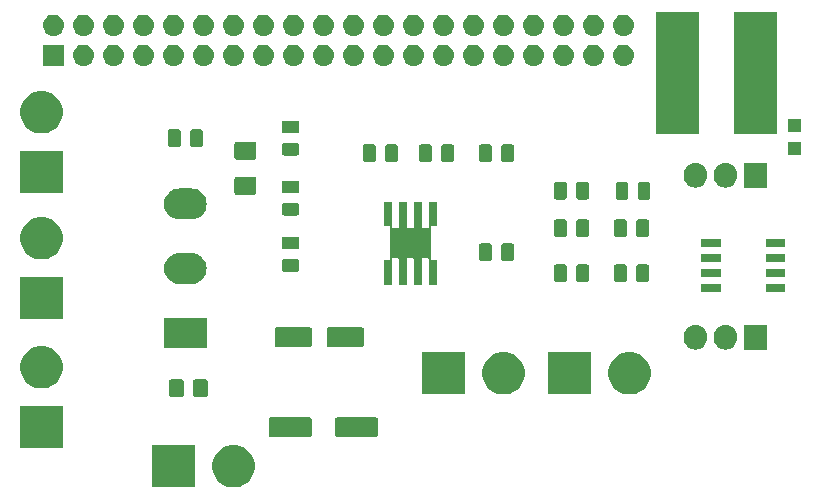
<source format=gbr>
G04 #@! TF.GenerationSoftware,KiCad,Pcbnew,5.1.4+dfsg1-1*
G04 #@! TF.CreationDate,2020-01-31T17:37:18+01:00*
G04 #@! TF.ProjectId,AstriPiCompute,41737472-6950-4694-936f-6d707574652e,rev?*
G04 #@! TF.SameCoordinates,Original*
G04 #@! TF.FileFunction,Soldermask,Top*
G04 #@! TF.FilePolarity,Negative*
%FSLAX46Y46*%
G04 Gerber Fmt 4.6, Leading zero omitted, Abs format (unit mm)*
G04 Created by KiCad (PCBNEW 5.1.4+dfsg1-1) date 2020-01-31 17:37:18*
%MOMM*%
%LPD*%
G04 APERTURE LIST*
%ADD10C,0.100000*%
G04 APERTURE END LIST*
D10*
G36*
X18006905Y-39102789D02*
G01*
X18305350Y-39162153D01*
X18633122Y-39297921D01*
X18928109Y-39495025D01*
X19178975Y-39745891D01*
X19376079Y-40040878D01*
X19511847Y-40368650D01*
X19581060Y-40716611D01*
X19581060Y-41071389D01*
X19511847Y-41419350D01*
X19376079Y-41747122D01*
X19178975Y-42042109D01*
X18928109Y-42292975D01*
X18633122Y-42490079D01*
X18305350Y-42625847D01*
X18006905Y-42685211D01*
X17957390Y-42695060D01*
X17602610Y-42695060D01*
X17553095Y-42685211D01*
X17254650Y-42625847D01*
X16926878Y-42490079D01*
X16631891Y-42292975D01*
X16381025Y-42042109D01*
X16183921Y-41747122D01*
X16048153Y-41419350D01*
X15978940Y-41071389D01*
X15978940Y-40716611D01*
X16048153Y-40368650D01*
X16183921Y-40040878D01*
X16381025Y-39745891D01*
X16631891Y-39495025D01*
X16926878Y-39297921D01*
X17254650Y-39162153D01*
X17553095Y-39102789D01*
X17602610Y-39092940D01*
X17957390Y-39092940D01*
X18006905Y-39102789D01*
X18006905Y-39102789D01*
G37*
G36*
X14501060Y-42695060D02*
G01*
X10898940Y-42695060D01*
X10898940Y-39092940D01*
X14501060Y-39092940D01*
X14501060Y-42695060D01*
X14501060Y-42695060D01*
G37*
G36*
X3325060Y-39393060D02*
G01*
X-277060Y-39393060D01*
X-277060Y-35790940D01*
X3325060Y-35790940D01*
X3325060Y-39393060D01*
X3325060Y-39393060D01*
G37*
G36*
X24255997Y-36745051D02*
G01*
X24289652Y-36755261D01*
X24320665Y-36771838D01*
X24347851Y-36794149D01*
X24370162Y-36821335D01*
X24386739Y-36852348D01*
X24396949Y-36886003D01*
X24401000Y-36927138D01*
X24401000Y-38256862D01*
X24396949Y-38297997D01*
X24386739Y-38331652D01*
X24370162Y-38362665D01*
X24347851Y-38389851D01*
X24320665Y-38412162D01*
X24289652Y-38428739D01*
X24255997Y-38438949D01*
X24214862Y-38443000D01*
X20985138Y-38443000D01*
X20944003Y-38438949D01*
X20910348Y-38428739D01*
X20879335Y-38412162D01*
X20852149Y-38389851D01*
X20829838Y-38362665D01*
X20813261Y-38331652D01*
X20803051Y-38297997D01*
X20799000Y-38256862D01*
X20799000Y-36927138D01*
X20803051Y-36886003D01*
X20813261Y-36852348D01*
X20829838Y-36821335D01*
X20852149Y-36794149D01*
X20879335Y-36771838D01*
X20910348Y-36755261D01*
X20944003Y-36745051D01*
X20985138Y-36741000D01*
X24214862Y-36741000D01*
X24255997Y-36745051D01*
X24255997Y-36745051D01*
G37*
G36*
X29856392Y-36745042D02*
G01*
X29889951Y-36755223D01*
X29920884Y-36771757D01*
X29947995Y-36794005D01*
X29970243Y-36821116D01*
X29986777Y-36852049D01*
X29996958Y-36885608D01*
X30001000Y-36926652D01*
X30001000Y-38257348D01*
X29996958Y-38298392D01*
X29986777Y-38331951D01*
X29970243Y-38362884D01*
X29947995Y-38389995D01*
X29920884Y-38412243D01*
X29889951Y-38428777D01*
X29856392Y-38438958D01*
X29815348Y-38443000D01*
X26584652Y-38443000D01*
X26543608Y-38438958D01*
X26510049Y-38428777D01*
X26479116Y-38412243D01*
X26452005Y-38389995D01*
X26429757Y-38362884D01*
X26413223Y-38331951D01*
X26403042Y-38298392D01*
X26399000Y-38257348D01*
X26399000Y-36926652D01*
X26403042Y-36885608D01*
X26413223Y-36852049D01*
X26429757Y-36821116D01*
X26452005Y-36794005D01*
X26479116Y-36771757D01*
X26510049Y-36755223D01*
X26543608Y-36745042D01*
X26584652Y-36741000D01*
X29815348Y-36741000D01*
X29856392Y-36745042D01*
X29856392Y-36745042D01*
G37*
G36*
X13400148Y-33543454D02*
G01*
X13437728Y-33554854D01*
X13472364Y-33573367D01*
X13502720Y-33598280D01*
X13527633Y-33628636D01*
X13546146Y-33663272D01*
X13557546Y-33700852D01*
X13562000Y-33746075D01*
X13562000Y-34833925D01*
X13557546Y-34879148D01*
X13546146Y-34916728D01*
X13527633Y-34951364D01*
X13502720Y-34981720D01*
X13472364Y-35006633D01*
X13437728Y-35025146D01*
X13400148Y-35036546D01*
X13354925Y-35041000D01*
X12517075Y-35041000D01*
X12471852Y-35036546D01*
X12434272Y-35025146D01*
X12399636Y-35006633D01*
X12369280Y-34981720D01*
X12344367Y-34951364D01*
X12325854Y-34916728D01*
X12314454Y-34879148D01*
X12310000Y-34833925D01*
X12310000Y-33746075D01*
X12314454Y-33700852D01*
X12325854Y-33663272D01*
X12344367Y-33628636D01*
X12369280Y-33598280D01*
X12399636Y-33573367D01*
X12434272Y-33554854D01*
X12471852Y-33543454D01*
X12517075Y-33539000D01*
X13354925Y-33539000D01*
X13400148Y-33543454D01*
X13400148Y-33543454D01*
G37*
G36*
X15449674Y-33543465D02*
G01*
X15487367Y-33554899D01*
X15522103Y-33573466D01*
X15552548Y-33598452D01*
X15577534Y-33628897D01*
X15596101Y-33663633D01*
X15607535Y-33701326D01*
X15612000Y-33746661D01*
X15612000Y-34833339D01*
X15607535Y-34878674D01*
X15596101Y-34916367D01*
X15577534Y-34951103D01*
X15552548Y-34981548D01*
X15522103Y-35006534D01*
X15487367Y-35025101D01*
X15449674Y-35036535D01*
X15404339Y-35041000D01*
X14567661Y-35041000D01*
X14522326Y-35036535D01*
X14484633Y-35025101D01*
X14449897Y-35006534D01*
X14419452Y-34981548D01*
X14394466Y-34951103D01*
X14375899Y-34916367D01*
X14364465Y-34878674D01*
X14360000Y-34833339D01*
X14360000Y-33746661D01*
X14364465Y-33701326D01*
X14375899Y-33663633D01*
X14394466Y-33628897D01*
X14419452Y-33598452D01*
X14449897Y-33573466D01*
X14484633Y-33554899D01*
X14522326Y-33543465D01*
X14567661Y-33539000D01*
X15404339Y-33539000D01*
X15449674Y-33543465D01*
X15449674Y-33543465D01*
G37*
G36*
X40866905Y-31228789D02*
G01*
X41165350Y-31288153D01*
X41493122Y-31423921D01*
X41788109Y-31621025D01*
X42038975Y-31871891D01*
X42236079Y-32166878D01*
X42371847Y-32494650D01*
X42441060Y-32842611D01*
X42441060Y-33197389D01*
X42371847Y-33545350D01*
X42236079Y-33873122D01*
X42038975Y-34168109D01*
X41788109Y-34418975D01*
X41493122Y-34616079D01*
X41165350Y-34751847D01*
X40866905Y-34811211D01*
X40817390Y-34821060D01*
X40462610Y-34821060D01*
X40413095Y-34811211D01*
X40114650Y-34751847D01*
X39786878Y-34616079D01*
X39491891Y-34418975D01*
X39241025Y-34168109D01*
X39043921Y-33873122D01*
X38908153Y-33545350D01*
X38838940Y-33197389D01*
X38838940Y-32842611D01*
X38908153Y-32494650D01*
X39043921Y-32166878D01*
X39241025Y-31871891D01*
X39491891Y-31621025D01*
X39786878Y-31423921D01*
X40114650Y-31288153D01*
X40413095Y-31228789D01*
X40462610Y-31218940D01*
X40817390Y-31218940D01*
X40866905Y-31228789D01*
X40866905Y-31228789D01*
G37*
G36*
X37361060Y-34821060D02*
G01*
X33758940Y-34821060D01*
X33758940Y-31218940D01*
X37361060Y-31218940D01*
X37361060Y-34821060D01*
X37361060Y-34821060D01*
G37*
G36*
X48029060Y-34821060D02*
G01*
X44426940Y-34821060D01*
X44426940Y-31218940D01*
X48029060Y-31218940D01*
X48029060Y-34821060D01*
X48029060Y-34821060D01*
G37*
G36*
X51534905Y-31228789D02*
G01*
X51833350Y-31288153D01*
X52161122Y-31423921D01*
X52456109Y-31621025D01*
X52706975Y-31871891D01*
X52904079Y-32166878D01*
X53039847Y-32494650D01*
X53109060Y-32842611D01*
X53109060Y-33197389D01*
X53039847Y-33545350D01*
X52904079Y-33873122D01*
X52706975Y-34168109D01*
X52456109Y-34418975D01*
X52161122Y-34616079D01*
X51833350Y-34751847D01*
X51534905Y-34811211D01*
X51485390Y-34821060D01*
X51130610Y-34821060D01*
X51081095Y-34811211D01*
X50782650Y-34751847D01*
X50454878Y-34616079D01*
X50159891Y-34418975D01*
X49909025Y-34168109D01*
X49711921Y-33873122D01*
X49576153Y-33545350D01*
X49506940Y-33197389D01*
X49506940Y-32842611D01*
X49576153Y-32494650D01*
X49711921Y-32166878D01*
X49909025Y-31871891D01*
X50159891Y-31621025D01*
X50454878Y-31423921D01*
X50782650Y-31288153D01*
X51081095Y-31228789D01*
X51130610Y-31218940D01*
X51485390Y-31218940D01*
X51534905Y-31228789D01*
X51534905Y-31228789D01*
G37*
G36*
X1750905Y-30720789D02*
G01*
X2049350Y-30780153D01*
X2377122Y-30915921D01*
X2672109Y-31113025D01*
X2922975Y-31363891D01*
X3120079Y-31658878D01*
X3255847Y-31986650D01*
X3325060Y-32334611D01*
X3325060Y-32689389D01*
X3255847Y-33037350D01*
X3120079Y-33365122D01*
X2922975Y-33660109D01*
X2672109Y-33910975D01*
X2377122Y-34108079D01*
X2049350Y-34243847D01*
X1750905Y-34303211D01*
X1701390Y-34313060D01*
X1346610Y-34313060D01*
X1297095Y-34303211D01*
X998650Y-34243847D01*
X670878Y-34108079D01*
X375891Y-33910975D01*
X125025Y-33660109D01*
X-72079Y-33365122D01*
X-207847Y-33037350D01*
X-277060Y-32689389D01*
X-277060Y-32334611D01*
X-207847Y-31986650D01*
X-72079Y-31658878D01*
X125025Y-31363891D01*
X375891Y-31113025D01*
X670878Y-30915921D01*
X998650Y-30780153D01*
X1297095Y-30720789D01*
X1346610Y-30710940D01*
X1701390Y-30710940D01*
X1750905Y-30720789D01*
X1750905Y-30720789D01*
G37*
G36*
X59632720Y-28935520D02*
G01*
X59821881Y-28992901D01*
X59996212Y-29086083D01*
X60149015Y-29211485D01*
X60274417Y-29364288D01*
X60286296Y-29386512D01*
X60367598Y-29538617D01*
X60367599Y-29538620D01*
X60424980Y-29727781D01*
X60439500Y-29875207D01*
X60439500Y-30068794D01*
X60424980Y-30216220D01*
X60367599Y-30405381D01*
X60274417Y-30579712D01*
X60149015Y-30732515D01*
X59996212Y-30857917D01*
X59914333Y-30901682D01*
X59821883Y-30951098D01*
X59821880Y-30951099D01*
X59632719Y-31008480D01*
X59436000Y-31027855D01*
X59239280Y-31008480D01*
X59050119Y-30951099D01*
X58875788Y-30857917D01*
X58722985Y-30732515D01*
X58597583Y-30579712D01*
X58553818Y-30497833D01*
X58504402Y-30405383D01*
X58504401Y-30405380D01*
X58447020Y-30216219D01*
X58432500Y-30068793D01*
X58432500Y-29875206D01*
X58447020Y-29727780D01*
X58504401Y-29538619D01*
X58597583Y-29364288D01*
X58722985Y-29211485D01*
X58875788Y-29086083D01*
X59050120Y-28992901D01*
X59239281Y-28935520D01*
X59436000Y-28916145D01*
X59632720Y-28935520D01*
X59632720Y-28935520D01*
G37*
G36*
X57092720Y-28935520D02*
G01*
X57281881Y-28992901D01*
X57456212Y-29086083D01*
X57609015Y-29211485D01*
X57734417Y-29364288D01*
X57746296Y-29386512D01*
X57827598Y-29538617D01*
X57827599Y-29538620D01*
X57884980Y-29727781D01*
X57899500Y-29875207D01*
X57899500Y-30068794D01*
X57884980Y-30216220D01*
X57827599Y-30405381D01*
X57734417Y-30579712D01*
X57609015Y-30732515D01*
X57456212Y-30857917D01*
X57374333Y-30901682D01*
X57281883Y-30951098D01*
X57281880Y-30951099D01*
X57092719Y-31008480D01*
X56896000Y-31027855D01*
X56699280Y-31008480D01*
X56510119Y-30951099D01*
X56335788Y-30857917D01*
X56182985Y-30732515D01*
X56057583Y-30579712D01*
X56013818Y-30497833D01*
X55964402Y-30405383D01*
X55964401Y-30405380D01*
X55907020Y-30216219D01*
X55892500Y-30068793D01*
X55892500Y-29875206D01*
X55907020Y-29727780D01*
X55964401Y-29538619D01*
X56057583Y-29364288D01*
X56182985Y-29211485D01*
X56335788Y-29086083D01*
X56510120Y-28992901D01*
X56699281Y-28935520D01*
X56896000Y-28916145D01*
X57092720Y-28935520D01*
X57092720Y-28935520D01*
G37*
G36*
X62979500Y-31023000D02*
G01*
X60972500Y-31023000D01*
X60972500Y-28921000D01*
X62979500Y-28921000D01*
X62979500Y-31023000D01*
X62979500Y-31023000D01*
G37*
G36*
X15517000Y-30923000D02*
G01*
X11915000Y-30923000D01*
X11915000Y-28321000D01*
X15517000Y-28321000D01*
X15517000Y-30923000D01*
X15517000Y-30923000D01*
G37*
G36*
X24265997Y-29125051D02*
G01*
X24299652Y-29135261D01*
X24330665Y-29151838D01*
X24357851Y-29174149D01*
X24380162Y-29201335D01*
X24396739Y-29232348D01*
X24406949Y-29266003D01*
X24411000Y-29307138D01*
X24411000Y-30636862D01*
X24406949Y-30677997D01*
X24396739Y-30711652D01*
X24380162Y-30742665D01*
X24357851Y-30769851D01*
X24330665Y-30792162D01*
X24299652Y-30808739D01*
X24265997Y-30818949D01*
X24224862Y-30823000D01*
X21495138Y-30823000D01*
X21454003Y-30818949D01*
X21420348Y-30808739D01*
X21389335Y-30792162D01*
X21362149Y-30769851D01*
X21339838Y-30742665D01*
X21323261Y-30711652D01*
X21313051Y-30677997D01*
X21309000Y-30636862D01*
X21309000Y-29307138D01*
X21313051Y-29266003D01*
X21323261Y-29232348D01*
X21339838Y-29201335D01*
X21362149Y-29174149D01*
X21389335Y-29151838D01*
X21420348Y-29135261D01*
X21454003Y-29125051D01*
X21495138Y-29121000D01*
X24224862Y-29121000D01*
X24265997Y-29125051D01*
X24265997Y-29125051D01*
G37*
G36*
X28666392Y-29125042D02*
G01*
X28699951Y-29135223D01*
X28730884Y-29151757D01*
X28757995Y-29174005D01*
X28780243Y-29201116D01*
X28796777Y-29232049D01*
X28806958Y-29265608D01*
X28811000Y-29306652D01*
X28811000Y-30637348D01*
X28806958Y-30678392D01*
X28796777Y-30711951D01*
X28780243Y-30742884D01*
X28757995Y-30769995D01*
X28730884Y-30792243D01*
X28699951Y-30808777D01*
X28666392Y-30818958D01*
X28625348Y-30823000D01*
X25894652Y-30823000D01*
X25853608Y-30818958D01*
X25820049Y-30808777D01*
X25789116Y-30792243D01*
X25762005Y-30769995D01*
X25739757Y-30742884D01*
X25723223Y-30711951D01*
X25713042Y-30678392D01*
X25709000Y-30637348D01*
X25709000Y-29306652D01*
X25713042Y-29265608D01*
X25723223Y-29232049D01*
X25739757Y-29201116D01*
X25762005Y-29174005D01*
X25789116Y-29151757D01*
X25820049Y-29135223D01*
X25853608Y-29125042D01*
X25894652Y-29121000D01*
X28625348Y-29121000D01*
X28666392Y-29125042D01*
X28666392Y-29125042D01*
G37*
G36*
X3325060Y-28471060D02*
G01*
X-277060Y-28471060D01*
X-277060Y-24868940D01*
X3325060Y-24868940D01*
X3325060Y-28471060D01*
X3325060Y-28471060D01*
G37*
G36*
X59029800Y-26136800D02*
G01*
X57403800Y-26136800D01*
X57403800Y-25425200D01*
X59029800Y-25425200D01*
X59029800Y-26136800D01*
X59029800Y-26136800D01*
G37*
G36*
X64516200Y-26136800D02*
G01*
X62890200Y-26136800D01*
X62890200Y-25425200D01*
X64516200Y-25425200D01*
X64516200Y-26136800D01*
X64516200Y-26136800D01*
G37*
G36*
X31212000Y-20621001D02*
G01*
X31214402Y-20645387D01*
X31221515Y-20668836D01*
X31233066Y-20690447D01*
X31248611Y-20709389D01*
X31267553Y-20724934D01*
X31289164Y-20736485D01*
X31312613Y-20743598D01*
X31336999Y-20746000D01*
X31655001Y-20746000D01*
X31679387Y-20743598D01*
X31702836Y-20736485D01*
X31724447Y-20724934D01*
X31743389Y-20709389D01*
X31758934Y-20690447D01*
X31770485Y-20668836D01*
X31777598Y-20645387D01*
X31780000Y-20621001D01*
X31780000Y-18491000D01*
X32482000Y-18491000D01*
X32482000Y-20621001D01*
X32484402Y-20645387D01*
X32491515Y-20668836D01*
X32503066Y-20690447D01*
X32518611Y-20709389D01*
X32537553Y-20724934D01*
X32559164Y-20736485D01*
X32582613Y-20743598D01*
X32606999Y-20746000D01*
X32925001Y-20746000D01*
X32949387Y-20743598D01*
X32972836Y-20736485D01*
X32994447Y-20724934D01*
X33013389Y-20709389D01*
X33028934Y-20690447D01*
X33040485Y-20668836D01*
X33047598Y-20645387D01*
X33050000Y-20621001D01*
X33050000Y-18491000D01*
X33752000Y-18491000D01*
X33752000Y-20621001D01*
X33754402Y-20645387D01*
X33761515Y-20668836D01*
X33773066Y-20690447D01*
X33788611Y-20709389D01*
X33807553Y-20724934D01*
X33829164Y-20736485D01*
X33852613Y-20743598D01*
X33876999Y-20746000D01*
X34195001Y-20746000D01*
X34219387Y-20743598D01*
X34242836Y-20736485D01*
X34264447Y-20724934D01*
X34283389Y-20709389D01*
X34298934Y-20690447D01*
X34310485Y-20668836D01*
X34317598Y-20645387D01*
X34320000Y-20621001D01*
X34320000Y-18491000D01*
X35022000Y-18491000D01*
X35022000Y-20563000D01*
X34591999Y-20563000D01*
X34567613Y-20565402D01*
X34544164Y-20572515D01*
X34522553Y-20584066D01*
X34503611Y-20599611D01*
X34488066Y-20618553D01*
X34476515Y-20640164D01*
X34469402Y-20663613D01*
X34467000Y-20687999D01*
X34467000Y-23316001D01*
X34469402Y-23340387D01*
X34476515Y-23363836D01*
X34488066Y-23385447D01*
X34503611Y-23404389D01*
X34522553Y-23419934D01*
X34544164Y-23431485D01*
X34567613Y-23438598D01*
X34591999Y-23441000D01*
X35022000Y-23441000D01*
X35022000Y-25513000D01*
X34320000Y-25513000D01*
X34320000Y-23382999D01*
X34317598Y-23358613D01*
X34310485Y-23335164D01*
X34298934Y-23313553D01*
X34283389Y-23294611D01*
X34264447Y-23279066D01*
X34242836Y-23267515D01*
X34219387Y-23260402D01*
X34195001Y-23258000D01*
X33876999Y-23258000D01*
X33852613Y-23260402D01*
X33829164Y-23267515D01*
X33807553Y-23279066D01*
X33788611Y-23294611D01*
X33773066Y-23313553D01*
X33761515Y-23335164D01*
X33754402Y-23358613D01*
X33752000Y-23382999D01*
X33752000Y-25513000D01*
X33050000Y-25513000D01*
X33050000Y-23382999D01*
X33047598Y-23358613D01*
X33040485Y-23335164D01*
X33028934Y-23313553D01*
X33013389Y-23294611D01*
X32994447Y-23279066D01*
X32972836Y-23267515D01*
X32949387Y-23260402D01*
X32925001Y-23258000D01*
X32606999Y-23258000D01*
X32582613Y-23260402D01*
X32559164Y-23267515D01*
X32537553Y-23279066D01*
X32518611Y-23294611D01*
X32503066Y-23313553D01*
X32491515Y-23335164D01*
X32484402Y-23358613D01*
X32482000Y-23382999D01*
X32482000Y-25513000D01*
X31780000Y-25513000D01*
X31780000Y-23382999D01*
X31777598Y-23358613D01*
X31770485Y-23335164D01*
X31758934Y-23313553D01*
X31743389Y-23294611D01*
X31724447Y-23279066D01*
X31702836Y-23267515D01*
X31679387Y-23260402D01*
X31655001Y-23258000D01*
X31336999Y-23258000D01*
X31312613Y-23260402D01*
X31289164Y-23267515D01*
X31267553Y-23279066D01*
X31248611Y-23294611D01*
X31233066Y-23313553D01*
X31221515Y-23335164D01*
X31214402Y-23358613D01*
X31212000Y-23382999D01*
X31212000Y-25513000D01*
X30510000Y-25513000D01*
X30510000Y-23441000D01*
X30940001Y-23441000D01*
X30964387Y-23438598D01*
X30987836Y-23431485D01*
X31009447Y-23419934D01*
X31028389Y-23404389D01*
X31043934Y-23385447D01*
X31055485Y-23363836D01*
X31062598Y-23340387D01*
X31065000Y-23316001D01*
X31065000Y-20687999D01*
X31062598Y-20663613D01*
X31055485Y-20640164D01*
X31043934Y-20618553D01*
X31028389Y-20599611D01*
X31009447Y-20584066D01*
X30987836Y-20572515D01*
X30964387Y-20565402D01*
X30940001Y-20563000D01*
X30510000Y-20563000D01*
X30510000Y-18491000D01*
X31212000Y-18491000D01*
X31212000Y-20621001D01*
X31212000Y-20621001D01*
G37*
G36*
X14375472Y-22855412D02*
G01*
X14471040Y-22864825D01*
X14716280Y-22939218D01*
X14942294Y-23060025D01*
X14993899Y-23102376D01*
X15140397Y-23222603D01*
X15243953Y-23348788D01*
X15302975Y-23420706D01*
X15423782Y-23646720D01*
X15498175Y-23891960D01*
X15523294Y-24147000D01*
X15498175Y-24402040D01*
X15423782Y-24647280D01*
X15302975Y-24873294D01*
X15260624Y-24924899D01*
X15140397Y-25071397D01*
X14993899Y-25191624D01*
X14942294Y-25233975D01*
X14716280Y-25354782D01*
X14471040Y-25429175D01*
X14375473Y-25438587D01*
X14279906Y-25448000D01*
X13152094Y-25448000D01*
X13056528Y-25438588D01*
X12960960Y-25429175D01*
X12715720Y-25354782D01*
X12489706Y-25233975D01*
X12438101Y-25191624D01*
X12291603Y-25071397D01*
X12171376Y-24924899D01*
X12129025Y-24873294D01*
X12008218Y-24647280D01*
X11933825Y-24402040D01*
X11908706Y-24147000D01*
X11933825Y-23891960D01*
X12008218Y-23646720D01*
X12129025Y-23420706D01*
X12188047Y-23348788D01*
X12291603Y-23222603D01*
X12438101Y-23102376D01*
X12489706Y-23060025D01*
X12715720Y-22939218D01*
X12960960Y-22864825D01*
X13056528Y-22855412D01*
X13152094Y-22846000D01*
X14279906Y-22846000D01*
X14375472Y-22855412D01*
X14375472Y-22855412D01*
G37*
G36*
X47712968Y-23795565D02*
G01*
X47751638Y-23807296D01*
X47787277Y-23826346D01*
X47818517Y-23851983D01*
X47844154Y-23883223D01*
X47863204Y-23918862D01*
X47874935Y-23957532D01*
X47879500Y-24003888D01*
X47879500Y-25080112D01*
X47874935Y-25126468D01*
X47863204Y-25165138D01*
X47844154Y-25200777D01*
X47818517Y-25232017D01*
X47787277Y-25257654D01*
X47751638Y-25276704D01*
X47712968Y-25288435D01*
X47666612Y-25293000D01*
X47015388Y-25293000D01*
X46969032Y-25288435D01*
X46930362Y-25276704D01*
X46894723Y-25257654D01*
X46863483Y-25232017D01*
X46837846Y-25200777D01*
X46818796Y-25165138D01*
X46807065Y-25126468D01*
X46802500Y-25080112D01*
X46802500Y-24003888D01*
X46807065Y-23957532D01*
X46818796Y-23918862D01*
X46837846Y-23883223D01*
X46863483Y-23851983D01*
X46894723Y-23826346D01*
X46930362Y-23807296D01*
X46969032Y-23795565D01*
X47015388Y-23791000D01*
X47666612Y-23791000D01*
X47712968Y-23795565D01*
X47712968Y-23795565D01*
G37*
G36*
X50917968Y-23795565D02*
G01*
X50956638Y-23807296D01*
X50992277Y-23826346D01*
X51023517Y-23851983D01*
X51049154Y-23883223D01*
X51068204Y-23918862D01*
X51079935Y-23957532D01*
X51084500Y-24003888D01*
X51084500Y-25080112D01*
X51079935Y-25126468D01*
X51068204Y-25165138D01*
X51049154Y-25200777D01*
X51023517Y-25232017D01*
X50992277Y-25257654D01*
X50956638Y-25276704D01*
X50917968Y-25288435D01*
X50871612Y-25293000D01*
X50220388Y-25293000D01*
X50174032Y-25288435D01*
X50135362Y-25276704D01*
X50099723Y-25257654D01*
X50068483Y-25232017D01*
X50042846Y-25200777D01*
X50023796Y-25165138D01*
X50012065Y-25126468D01*
X50007500Y-25080112D01*
X50007500Y-24003888D01*
X50012065Y-23957532D01*
X50023796Y-23918862D01*
X50042846Y-23883223D01*
X50068483Y-23851983D01*
X50099723Y-23826346D01*
X50135362Y-23807296D01*
X50174032Y-23795565D01*
X50220388Y-23791000D01*
X50871612Y-23791000D01*
X50917968Y-23795565D01*
X50917968Y-23795565D01*
G37*
G36*
X45837968Y-23795565D02*
G01*
X45876638Y-23807296D01*
X45912277Y-23826346D01*
X45943517Y-23851983D01*
X45969154Y-23883223D01*
X45988204Y-23918862D01*
X45999935Y-23957532D01*
X46004500Y-24003888D01*
X46004500Y-25080112D01*
X45999935Y-25126468D01*
X45988204Y-25165138D01*
X45969154Y-25200777D01*
X45943517Y-25232017D01*
X45912277Y-25257654D01*
X45876638Y-25276704D01*
X45837968Y-25288435D01*
X45791612Y-25293000D01*
X45140388Y-25293000D01*
X45094032Y-25288435D01*
X45055362Y-25276704D01*
X45019723Y-25257654D01*
X44988483Y-25232017D01*
X44962846Y-25200777D01*
X44943796Y-25165138D01*
X44932065Y-25126468D01*
X44927500Y-25080112D01*
X44927500Y-24003888D01*
X44932065Y-23957532D01*
X44943796Y-23918862D01*
X44962846Y-23883223D01*
X44988483Y-23851983D01*
X45019723Y-23826346D01*
X45055362Y-23807296D01*
X45094032Y-23795565D01*
X45140388Y-23791000D01*
X45791612Y-23791000D01*
X45837968Y-23795565D01*
X45837968Y-23795565D01*
G37*
G36*
X52792968Y-23795565D02*
G01*
X52831638Y-23807296D01*
X52867277Y-23826346D01*
X52898517Y-23851983D01*
X52924154Y-23883223D01*
X52943204Y-23918862D01*
X52954935Y-23957532D01*
X52959500Y-24003888D01*
X52959500Y-25080112D01*
X52954935Y-25126468D01*
X52943204Y-25165138D01*
X52924154Y-25200777D01*
X52898517Y-25232017D01*
X52867277Y-25257654D01*
X52831638Y-25276704D01*
X52792968Y-25288435D01*
X52746612Y-25293000D01*
X52095388Y-25293000D01*
X52049032Y-25288435D01*
X52010362Y-25276704D01*
X51974723Y-25257654D01*
X51943483Y-25232017D01*
X51917846Y-25200777D01*
X51898796Y-25165138D01*
X51887065Y-25126468D01*
X51882500Y-25080112D01*
X51882500Y-24003888D01*
X51887065Y-23957532D01*
X51898796Y-23918862D01*
X51917846Y-23883223D01*
X51943483Y-23851983D01*
X51974723Y-23826346D01*
X52010362Y-23807296D01*
X52049032Y-23795565D01*
X52095388Y-23791000D01*
X52746612Y-23791000D01*
X52792968Y-23795565D01*
X52792968Y-23795565D01*
G37*
G36*
X64516200Y-24866800D02*
G01*
X62890200Y-24866800D01*
X62890200Y-24155200D01*
X64516200Y-24155200D01*
X64516200Y-24866800D01*
X64516200Y-24866800D01*
G37*
G36*
X59029800Y-24866800D02*
G01*
X57403800Y-24866800D01*
X57403800Y-24155200D01*
X59029800Y-24155200D01*
X59029800Y-24866800D01*
X59029800Y-24866800D01*
G37*
G36*
X23190468Y-23343065D02*
G01*
X23229138Y-23354796D01*
X23264777Y-23373846D01*
X23296017Y-23399483D01*
X23321654Y-23430723D01*
X23340704Y-23466362D01*
X23352435Y-23505032D01*
X23357000Y-23551388D01*
X23357000Y-24202612D01*
X23352435Y-24248968D01*
X23340704Y-24287638D01*
X23321654Y-24323277D01*
X23296017Y-24354517D01*
X23264777Y-24380154D01*
X23229138Y-24399204D01*
X23190468Y-24410935D01*
X23144112Y-24415500D01*
X22067888Y-24415500D01*
X22021532Y-24410935D01*
X21982862Y-24399204D01*
X21947223Y-24380154D01*
X21915983Y-24354517D01*
X21890346Y-24323277D01*
X21871296Y-24287638D01*
X21859565Y-24248968D01*
X21855000Y-24202612D01*
X21855000Y-23551388D01*
X21859565Y-23505032D01*
X21871296Y-23466362D01*
X21890346Y-23430723D01*
X21915983Y-23399483D01*
X21947223Y-23373846D01*
X21982862Y-23354796D01*
X22021532Y-23343065D01*
X22067888Y-23338500D01*
X23144112Y-23338500D01*
X23190468Y-23343065D01*
X23190468Y-23343065D01*
G37*
G36*
X64516200Y-23596800D02*
G01*
X62890200Y-23596800D01*
X62890200Y-22885200D01*
X64516200Y-22885200D01*
X64516200Y-23596800D01*
X64516200Y-23596800D01*
G37*
G36*
X59029800Y-23596800D02*
G01*
X57403800Y-23596800D01*
X57403800Y-22885200D01*
X59029800Y-22885200D01*
X59029800Y-23596800D01*
X59029800Y-23596800D01*
G37*
G36*
X39487968Y-22017565D02*
G01*
X39526638Y-22029296D01*
X39562277Y-22048346D01*
X39593517Y-22073983D01*
X39619154Y-22105223D01*
X39638204Y-22140862D01*
X39649935Y-22179532D01*
X39654500Y-22225888D01*
X39654500Y-23302112D01*
X39649935Y-23348468D01*
X39638204Y-23387138D01*
X39619154Y-23422777D01*
X39593517Y-23454017D01*
X39562277Y-23479654D01*
X39526638Y-23498704D01*
X39487968Y-23510435D01*
X39441612Y-23515000D01*
X38790388Y-23515000D01*
X38744032Y-23510435D01*
X38705362Y-23498704D01*
X38669723Y-23479654D01*
X38638483Y-23454017D01*
X38612846Y-23422777D01*
X38593796Y-23387138D01*
X38582065Y-23348468D01*
X38577500Y-23302112D01*
X38577500Y-22225888D01*
X38582065Y-22179532D01*
X38593796Y-22140862D01*
X38612846Y-22105223D01*
X38638483Y-22073983D01*
X38669723Y-22048346D01*
X38705362Y-22029296D01*
X38744032Y-22017565D01*
X38790388Y-22013000D01*
X39441612Y-22013000D01*
X39487968Y-22017565D01*
X39487968Y-22017565D01*
G37*
G36*
X41362968Y-22017565D02*
G01*
X41401638Y-22029296D01*
X41437277Y-22048346D01*
X41468517Y-22073983D01*
X41494154Y-22105223D01*
X41513204Y-22140862D01*
X41524935Y-22179532D01*
X41529500Y-22225888D01*
X41529500Y-23302112D01*
X41524935Y-23348468D01*
X41513204Y-23387138D01*
X41494154Y-23422777D01*
X41468517Y-23454017D01*
X41437277Y-23479654D01*
X41401638Y-23498704D01*
X41362968Y-23510435D01*
X41316612Y-23515000D01*
X40665388Y-23515000D01*
X40619032Y-23510435D01*
X40580362Y-23498704D01*
X40544723Y-23479654D01*
X40513483Y-23454017D01*
X40487846Y-23422777D01*
X40468796Y-23387138D01*
X40457065Y-23348468D01*
X40452500Y-23302112D01*
X40452500Y-22225888D01*
X40457065Y-22179532D01*
X40468796Y-22140862D01*
X40487846Y-22105223D01*
X40513483Y-22073983D01*
X40544723Y-22048346D01*
X40580362Y-22029296D01*
X40619032Y-22017565D01*
X40665388Y-22013000D01*
X41316612Y-22013000D01*
X41362968Y-22017565D01*
X41362968Y-22017565D01*
G37*
G36*
X1750905Y-19798789D02*
G01*
X2049350Y-19858153D01*
X2377122Y-19993921D01*
X2672109Y-20191025D01*
X2922975Y-20441891D01*
X3120079Y-20736878D01*
X3255847Y-21064650D01*
X3325060Y-21412611D01*
X3325060Y-21767389D01*
X3255847Y-22115350D01*
X3120079Y-22443122D01*
X2922975Y-22738109D01*
X2672109Y-22988975D01*
X2377122Y-23186079D01*
X2049350Y-23321847D01*
X1750905Y-23381211D01*
X1701390Y-23391060D01*
X1346610Y-23391060D01*
X1297095Y-23381211D01*
X998650Y-23321847D01*
X670878Y-23186079D01*
X375891Y-22988975D01*
X125025Y-22738109D01*
X-72079Y-22443122D01*
X-207847Y-22115350D01*
X-277060Y-21767389D01*
X-277060Y-21412611D01*
X-207847Y-21064650D01*
X-72079Y-20736878D01*
X125025Y-20441891D01*
X375891Y-20191025D01*
X670878Y-19993921D01*
X998650Y-19858153D01*
X1297095Y-19798789D01*
X1346610Y-19788940D01*
X1701390Y-19788940D01*
X1750905Y-19798789D01*
X1750905Y-19798789D01*
G37*
G36*
X23190468Y-21468065D02*
G01*
X23229138Y-21479796D01*
X23264777Y-21498846D01*
X23296017Y-21524483D01*
X23321654Y-21555723D01*
X23340704Y-21591362D01*
X23352435Y-21630032D01*
X23357000Y-21676388D01*
X23357000Y-22327612D01*
X23352435Y-22373968D01*
X23340704Y-22412638D01*
X23321654Y-22448277D01*
X23296017Y-22479517D01*
X23264777Y-22505154D01*
X23229138Y-22524204D01*
X23190468Y-22535935D01*
X23144112Y-22540500D01*
X22067888Y-22540500D01*
X22021532Y-22535935D01*
X21982862Y-22524204D01*
X21947223Y-22505154D01*
X21915983Y-22479517D01*
X21890346Y-22448277D01*
X21871296Y-22412638D01*
X21859565Y-22373968D01*
X21855000Y-22327612D01*
X21855000Y-21676388D01*
X21859565Y-21630032D01*
X21871296Y-21591362D01*
X21890346Y-21555723D01*
X21915983Y-21524483D01*
X21947223Y-21498846D01*
X21982862Y-21479796D01*
X22021532Y-21468065D01*
X22067888Y-21463500D01*
X23144112Y-21463500D01*
X23190468Y-21468065D01*
X23190468Y-21468065D01*
G37*
G36*
X64516200Y-22326800D02*
G01*
X62890200Y-22326800D01*
X62890200Y-21615200D01*
X64516200Y-21615200D01*
X64516200Y-22326800D01*
X64516200Y-22326800D01*
G37*
G36*
X59029800Y-22326800D02*
G01*
X57403800Y-22326800D01*
X57403800Y-21615200D01*
X59029800Y-21615200D01*
X59029800Y-22326800D01*
X59029800Y-22326800D01*
G37*
G36*
X47712968Y-19985565D02*
G01*
X47751638Y-19997296D01*
X47787277Y-20016346D01*
X47818517Y-20041983D01*
X47844154Y-20073223D01*
X47863204Y-20108862D01*
X47874935Y-20147532D01*
X47879500Y-20193888D01*
X47879500Y-21270112D01*
X47874935Y-21316468D01*
X47863204Y-21355138D01*
X47844154Y-21390777D01*
X47818517Y-21422017D01*
X47787277Y-21447654D01*
X47751638Y-21466704D01*
X47712968Y-21478435D01*
X47666612Y-21483000D01*
X47015388Y-21483000D01*
X46969032Y-21478435D01*
X46930362Y-21466704D01*
X46894723Y-21447654D01*
X46863483Y-21422017D01*
X46837846Y-21390777D01*
X46818796Y-21355138D01*
X46807065Y-21316468D01*
X46802500Y-21270112D01*
X46802500Y-20193888D01*
X46807065Y-20147532D01*
X46818796Y-20108862D01*
X46837846Y-20073223D01*
X46863483Y-20041983D01*
X46894723Y-20016346D01*
X46930362Y-19997296D01*
X46969032Y-19985565D01*
X47015388Y-19981000D01*
X47666612Y-19981000D01*
X47712968Y-19985565D01*
X47712968Y-19985565D01*
G37*
G36*
X52792968Y-19985565D02*
G01*
X52831638Y-19997296D01*
X52867277Y-20016346D01*
X52898517Y-20041983D01*
X52924154Y-20073223D01*
X52943204Y-20108862D01*
X52954935Y-20147532D01*
X52959500Y-20193888D01*
X52959500Y-21270112D01*
X52954935Y-21316468D01*
X52943204Y-21355138D01*
X52924154Y-21390777D01*
X52898517Y-21422017D01*
X52867277Y-21447654D01*
X52831638Y-21466704D01*
X52792968Y-21478435D01*
X52746612Y-21483000D01*
X52095388Y-21483000D01*
X52049032Y-21478435D01*
X52010362Y-21466704D01*
X51974723Y-21447654D01*
X51943483Y-21422017D01*
X51917846Y-21390777D01*
X51898796Y-21355138D01*
X51887065Y-21316468D01*
X51882500Y-21270112D01*
X51882500Y-20193888D01*
X51887065Y-20147532D01*
X51898796Y-20108862D01*
X51917846Y-20073223D01*
X51943483Y-20041983D01*
X51974723Y-20016346D01*
X52010362Y-19997296D01*
X52049032Y-19985565D01*
X52095388Y-19981000D01*
X52746612Y-19981000D01*
X52792968Y-19985565D01*
X52792968Y-19985565D01*
G37*
G36*
X50917968Y-19985565D02*
G01*
X50956638Y-19997296D01*
X50992277Y-20016346D01*
X51023517Y-20041983D01*
X51049154Y-20073223D01*
X51068204Y-20108862D01*
X51079935Y-20147532D01*
X51084500Y-20193888D01*
X51084500Y-21270112D01*
X51079935Y-21316468D01*
X51068204Y-21355138D01*
X51049154Y-21390777D01*
X51023517Y-21422017D01*
X50992277Y-21447654D01*
X50956638Y-21466704D01*
X50917968Y-21478435D01*
X50871612Y-21483000D01*
X50220388Y-21483000D01*
X50174032Y-21478435D01*
X50135362Y-21466704D01*
X50099723Y-21447654D01*
X50068483Y-21422017D01*
X50042846Y-21390777D01*
X50023796Y-21355138D01*
X50012065Y-21316468D01*
X50007500Y-21270112D01*
X50007500Y-20193888D01*
X50012065Y-20147532D01*
X50023796Y-20108862D01*
X50042846Y-20073223D01*
X50068483Y-20041983D01*
X50099723Y-20016346D01*
X50135362Y-19997296D01*
X50174032Y-19985565D01*
X50220388Y-19981000D01*
X50871612Y-19981000D01*
X50917968Y-19985565D01*
X50917968Y-19985565D01*
G37*
G36*
X45837968Y-19985565D02*
G01*
X45876638Y-19997296D01*
X45912277Y-20016346D01*
X45943517Y-20041983D01*
X45969154Y-20073223D01*
X45988204Y-20108862D01*
X45999935Y-20147532D01*
X46004500Y-20193888D01*
X46004500Y-21270112D01*
X45999935Y-21316468D01*
X45988204Y-21355138D01*
X45969154Y-21390777D01*
X45943517Y-21422017D01*
X45912277Y-21447654D01*
X45876638Y-21466704D01*
X45837968Y-21478435D01*
X45791612Y-21483000D01*
X45140388Y-21483000D01*
X45094032Y-21478435D01*
X45055362Y-21466704D01*
X45019723Y-21447654D01*
X44988483Y-21422017D01*
X44962846Y-21390777D01*
X44943796Y-21355138D01*
X44932065Y-21316468D01*
X44927500Y-21270112D01*
X44927500Y-20193888D01*
X44932065Y-20147532D01*
X44943796Y-20108862D01*
X44962846Y-20073223D01*
X44988483Y-20041983D01*
X45019723Y-20016346D01*
X45055362Y-19997296D01*
X45094032Y-19985565D01*
X45140388Y-19981000D01*
X45791612Y-19981000D01*
X45837968Y-19985565D01*
X45837968Y-19985565D01*
G37*
G36*
X14375473Y-17380413D02*
G01*
X14471040Y-17389825D01*
X14716280Y-17464218D01*
X14942294Y-17585025D01*
X14992792Y-17626468D01*
X15140397Y-17747603D01*
X15230875Y-17857852D01*
X15302975Y-17945706D01*
X15423782Y-18171720D01*
X15498175Y-18416960D01*
X15523294Y-18672000D01*
X15498175Y-18927040D01*
X15423782Y-19172280D01*
X15302975Y-19398294D01*
X15260624Y-19449899D01*
X15140397Y-19596397D01*
X14993899Y-19716624D01*
X14942294Y-19758975D01*
X14716280Y-19879782D01*
X14471040Y-19954175D01*
X14375473Y-19963587D01*
X14279906Y-19973000D01*
X13152094Y-19973000D01*
X13056527Y-19963587D01*
X12960960Y-19954175D01*
X12715720Y-19879782D01*
X12489706Y-19758975D01*
X12438101Y-19716624D01*
X12291603Y-19596397D01*
X12171376Y-19449899D01*
X12129025Y-19398294D01*
X12008218Y-19172280D01*
X11933825Y-18927040D01*
X11908706Y-18672000D01*
X11933825Y-18416960D01*
X12008218Y-18171720D01*
X12129025Y-17945706D01*
X12201125Y-17857852D01*
X12291603Y-17747603D01*
X12439208Y-17626468D01*
X12489706Y-17585025D01*
X12715720Y-17464218D01*
X12960960Y-17389825D01*
X13056527Y-17380413D01*
X13152094Y-17371000D01*
X14279906Y-17371000D01*
X14375473Y-17380413D01*
X14375473Y-17380413D01*
G37*
G36*
X23190468Y-18595565D02*
G01*
X23229138Y-18607296D01*
X23264777Y-18626346D01*
X23296017Y-18651983D01*
X23321654Y-18683223D01*
X23340704Y-18718862D01*
X23352435Y-18757532D01*
X23357000Y-18803888D01*
X23357000Y-19455112D01*
X23352435Y-19501468D01*
X23340704Y-19540138D01*
X23321654Y-19575777D01*
X23296017Y-19607017D01*
X23264777Y-19632654D01*
X23229138Y-19651704D01*
X23190468Y-19663435D01*
X23144112Y-19668000D01*
X22067888Y-19668000D01*
X22021532Y-19663435D01*
X21982862Y-19651704D01*
X21947223Y-19632654D01*
X21915983Y-19607017D01*
X21890346Y-19575777D01*
X21871296Y-19540138D01*
X21859565Y-19501468D01*
X21855000Y-19455112D01*
X21855000Y-18803888D01*
X21859565Y-18757532D01*
X21871296Y-18718862D01*
X21890346Y-18683223D01*
X21915983Y-18651983D01*
X21947223Y-18626346D01*
X21982862Y-18607296D01*
X22021532Y-18595565D01*
X22067888Y-18591000D01*
X23144112Y-18591000D01*
X23190468Y-18595565D01*
X23190468Y-18595565D01*
G37*
G36*
X51045469Y-16820566D02*
G01*
X51084139Y-16832297D01*
X51119778Y-16851347D01*
X51151018Y-16876984D01*
X51176655Y-16908224D01*
X51195705Y-16943863D01*
X51207436Y-16982533D01*
X51212001Y-17028889D01*
X51212001Y-18105113D01*
X51207436Y-18151469D01*
X51195705Y-18190139D01*
X51176655Y-18225778D01*
X51151018Y-18257018D01*
X51119778Y-18282655D01*
X51084139Y-18301705D01*
X51045469Y-18313436D01*
X50999113Y-18318001D01*
X50347889Y-18318001D01*
X50301533Y-18313436D01*
X50262863Y-18301705D01*
X50227224Y-18282655D01*
X50195984Y-18257018D01*
X50170347Y-18225778D01*
X50151297Y-18190139D01*
X50139566Y-18151469D01*
X50135001Y-18105113D01*
X50135001Y-17028889D01*
X50139566Y-16982533D01*
X50151297Y-16943863D01*
X50170347Y-16908224D01*
X50195984Y-16876984D01*
X50227224Y-16851347D01*
X50262863Y-16832297D01*
X50301533Y-16820566D01*
X50347889Y-16816001D01*
X50999113Y-16816001D01*
X51045469Y-16820566D01*
X51045469Y-16820566D01*
G37*
G36*
X52920469Y-16820566D02*
G01*
X52959139Y-16832297D01*
X52994778Y-16851347D01*
X53026018Y-16876984D01*
X53051655Y-16908224D01*
X53070705Y-16943863D01*
X53082436Y-16982533D01*
X53087001Y-17028889D01*
X53087001Y-18105113D01*
X53082436Y-18151469D01*
X53070705Y-18190139D01*
X53051655Y-18225778D01*
X53026018Y-18257018D01*
X52994778Y-18282655D01*
X52959139Y-18301705D01*
X52920469Y-18313436D01*
X52874113Y-18318001D01*
X52222889Y-18318001D01*
X52176533Y-18313436D01*
X52137863Y-18301705D01*
X52102224Y-18282655D01*
X52070984Y-18257018D01*
X52045347Y-18225778D01*
X52026297Y-18190139D01*
X52014566Y-18151469D01*
X52010001Y-18105113D01*
X52010001Y-17028889D01*
X52014566Y-16982533D01*
X52026297Y-16943863D01*
X52045347Y-16908224D01*
X52070984Y-16876984D01*
X52102224Y-16851347D01*
X52137863Y-16832297D01*
X52176533Y-16820566D01*
X52222889Y-16816001D01*
X52874113Y-16816001D01*
X52920469Y-16820566D01*
X52920469Y-16820566D01*
G37*
G36*
X45837968Y-16820566D02*
G01*
X45876638Y-16832297D01*
X45912277Y-16851347D01*
X45943517Y-16876984D01*
X45969154Y-16908224D01*
X45988204Y-16943863D01*
X45999935Y-16982533D01*
X46004500Y-17028889D01*
X46004500Y-18105113D01*
X45999935Y-18151469D01*
X45988204Y-18190139D01*
X45969154Y-18225778D01*
X45943517Y-18257018D01*
X45912277Y-18282655D01*
X45876638Y-18301705D01*
X45837968Y-18313436D01*
X45791612Y-18318001D01*
X45140388Y-18318001D01*
X45094032Y-18313436D01*
X45055362Y-18301705D01*
X45019723Y-18282655D01*
X44988483Y-18257018D01*
X44962846Y-18225778D01*
X44943796Y-18190139D01*
X44932065Y-18151469D01*
X44927500Y-18105113D01*
X44927500Y-17028889D01*
X44932065Y-16982533D01*
X44943796Y-16943863D01*
X44962846Y-16908224D01*
X44988483Y-16876984D01*
X45019723Y-16851347D01*
X45055362Y-16832297D01*
X45094032Y-16820566D01*
X45140388Y-16816001D01*
X45791612Y-16816001D01*
X45837968Y-16820566D01*
X45837968Y-16820566D01*
G37*
G36*
X47712968Y-16820566D02*
G01*
X47751638Y-16832297D01*
X47787277Y-16851347D01*
X47818517Y-16876984D01*
X47844154Y-16908224D01*
X47863204Y-16943863D01*
X47874935Y-16982533D01*
X47879500Y-17028889D01*
X47879500Y-18105113D01*
X47874935Y-18151469D01*
X47863204Y-18190139D01*
X47844154Y-18225778D01*
X47818517Y-18257018D01*
X47787277Y-18282655D01*
X47751638Y-18301705D01*
X47712968Y-18313436D01*
X47666612Y-18318001D01*
X47015388Y-18318001D01*
X46969032Y-18313436D01*
X46930362Y-18301705D01*
X46894723Y-18282655D01*
X46863483Y-18257018D01*
X46837846Y-18225778D01*
X46818796Y-18190139D01*
X46807065Y-18151469D01*
X46802500Y-18105113D01*
X46802500Y-17028889D01*
X46807065Y-16982533D01*
X46818796Y-16943863D01*
X46837846Y-16908224D01*
X46863483Y-16876984D01*
X46894723Y-16851347D01*
X46930362Y-16832297D01*
X46969032Y-16820566D01*
X47015388Y-16816001D01*
X47666612Y-16816001D01*
X47712968Y-16820566D01*
X47712968Y-16820566D01*
G37*
G36*
X19571562Y-16380181D02*
G01*
X19606481Y-16390774D01*
X19638663Y-16407976D01*
X19666873Y-16431127D01*
X19690024Y-16459337D01*
X19707226Y-16491519D01*
X19717819Y-16526438D01*
X19722000Y-16568895D01*
X19722000Y-17710105D01*
X19717819Y-17752562D01*
X19707226Y-17787481D01*
X19690024Y-17819663D01*
X19666873Y-17847873D01*
X19638663Y-17871024D01*
X19606481Y-17888226D01*
X19571562Y-17898819D01*
X19529105Y-17903000D01*
X18062895Y-17903000D01*
X18020438Y-17898819D01*
X17985519Y-17888226D01*
X17953337Y-17871024D01*
X17925127Y-17847873D01*
X17901976Y-17819663D01*
X17884774Y-17787481D01*
X17874181Y-17752562D01*
X17870000Y-17710105D01*
X17870000Y-16568895D01*
X17874181Y-16526438D01*
X17884774Y-16491519D01*
X17901976Y-16459337D01*
X17925127Y-16431127D01*
X17953337Y-16407976D01*
X17985519Y-16390774D01*
X18020438Y-16380181D01*
X18062895Y-16376000D01*
X19529105Y-16376000D01*
X19571562Y-16380181D01*
X19571562Y-16380181D01*
G37*
G36*
X3325060Y-17803060D02*
G01*
X-277060Y-17803060D01*
X-277060Y-14200940D01*
X3325060Y-14200940D01*
X3325060Y-17803060D01*
X3325060Y-17803060D01*
G37*
G36*
X23190468Y-16720565D02*
G01*
X23229138Y-16732296D01*
X23264777Y-16751346D01*
X23296017Y-16776983D01*
X23321654Y-16808223D01*
X23340704Y-16843862D01*
X23352435Y-16882532D01*
X23357000Y-16928888D01*
X23357000Y-17580112D01*
X23352435Y-17626468D01*
X23340704Y-17665138D01*
X23321654Y-17700777D01*
X23296017Y-17732017D01*
X23264777Y-17757654D01*
X23229138Y-17776704D01*
X23190468Y-17788435D01*
X23144112Y-17793000D01*
X22067888Y-17793000D01*
X22021532Y-17788435D01*
X21982862Y-17776704D01*
X21947223Y-17757654D01*
X21915983Y-17732017D01*
X21890346Y-17700777D01*
X21871296Y-17665138D01*
X21859565Y-17626468D01*
X21855000Y-17580112D01*
X21855000Y-16928888D01*
X21859565Y-16882532D01*
X21871296Y-16843862D01*
X21890346Y-16808223D01*
X21915983Y-16776983D01*
X21947223Y-16751346D01*
X21982862Y-16732296D01*
X22021532Y-16720565D01*
X22067888Y-16716000D01*
X23144112Y-16716000D01*
X23190468Y-16720565D01*
X23190468Y-16720565D01*
G37*
G36*
X59632720Y-15219520D02*
G01*
X59821881Y-15276901D01*
X59996212Y-15370083D01*
X60149015Y-15495485D01*
X60274417Y-15648288D01*
X60318182Y-15730167D01*
X60367598Y-15822617D01*
X60367599Y-15822620D01*
X60424980Y-16011781D01*
X60439500Y-16159207D01*
X60439500Y-16352794D01*
X60424980Y-16500220D01*
X60367599Y-16689381D01*
X60274417Y-16863712D01*
X60149015Y-17016515D01*
X59996212Y-17141917D01*
X59914333Y-17185682D01*
X59821883Y-17235098D01*
X59821880Y-17235099D01*
X59632719Y-17292480D01*
X59436000Y-17311855D01*
X59239280Y-17292480D01*
X59050119Y-17235099D01*
X58875788Y-17141917D01*
X58722985Y-17016515D01*
X58597583Y-16863712D01*
X58521395Y-16721174D01*
X58504402Y-16689383D01*
X58504401Y-16689380D01*
X58447020Y-16500219D01*
X58432500Y-16352793D01*
X58432500Y-16159206D01*
X58447020Y-16011780D01*
X58504401Y-15822619D01*
X58597583Y-15648288D01*
X58722985Y-15495485D01*
X58875788Y-15370083D01*
X59050120Y-15276901D01*
X59239281Y-15219520D01*
X59436000Y-15200145D01*
X59632720Y-15219520D01*
X59632720Y-15219520D01*
G37*
G36*
X57092720Y-15219520D02*
G01*
X57281881Y-15276901D01*
X57456212Y-15370083D01*
X57609015Y-15495485D01*
X57734417Y-15648288D01*
X57778182Y-15730167D01*
X57827598Y-15822617D01*
X57827599Y-15822620D01*
X57884980Y-16011781D01*
X57899500Y-16159207D01*
X57899500Y-16352794D01*
X57884980Y-16500220D01*
X57827599Y-16689381D01*
X57734417Y-16863712D01*
X57609015Y-17016515D01*
X57456212Y-17141917D01*
X57374333Y-17185682D01*
X57281883Y-17235098D01*
X57281880Y-17235099D01*
X57092719Y-17292480D01*
X56896000Y-17311855D01*
X56699280Y-17292480D01*
X56510119Y-17235099D01*
X56335788Y-17141917D01*
X56182985Y-17016515D01*
X56057583Y-16863712D01*
X55981395Y-16721174D01*
X55964402Y-16689383D01*
X55964401Y-16689380D01*
X55907020Y-16500219D01*
X55892500Y-16352793D01*
X55892500Y-16159206D01*
X55907020Y-16011780D01*
X55964401Y-15822619D01*
X56057583Y-15648288D01*
X56182985Y-15495485D01*
X56335788Y-15370083D01*
X56510120Y-15276901D01*
X56699281Y-15219520D01*
X56896000Y-15200145D01*
X57092720Y-15219520D01*
X57092720Y-15219520D01*
G37*
G36*
X62979500Y-17307000D02*
G01*
X60972500Y-17307000D01*
X60972500Y-15205000D01*
X62979500Y-15205000D01*
X62979500Y-17307000D01*
X62979500Y-17307000D01*
G37*
G36*
X36282968Y-13635565D02*
G01*
X36321638Y-13647296D01*
X36357277Y-13666346D01*
X36388517Y-13691983D01*
X36414154Y-13723223D01*
X36433204Y-13758862D01*
X36444935Y-13797532D01*
X36449500Y-13843888D01*
X36449500Y-14920112D01*
X36444935Y-14966468D01*
X36433204Y-15005138D01*
X36414154Y-15040777D01*
X36388517Y-15072017D01*
X36357277Y-15097654D01*
X36321638Y-15116704D01*
X36282968Y-15128435D01*
X36236612Y-15133000D01*
X35585388Y-15133000D01*
X35539032Y-15128435D01*
X35500362Y-15116704D01*
X35464723Y-15097654D01*
X35433483Y-15072017D01*
X35407846Y-15040777D01*
X35388796Y-15005138D01*
X35377065Y-14966468D01*
X35372500Y-14920112D01*
X35372500Y-13843888D01*
X35377065Y-13797532D01*
X35388796Y-13758862D01*
X35407846Y-13723223D01*
X35433483Y-13691983D01*
X35464723Y-13666346D01*
X35500362Y-13647296D01*
X35539032Y-13635565D01*
X35585388Y-13631000D01*
X36236612Y-13631000D01*
X36282968Y-13635565D01*
X36282968Y-13635565D01*
G37*
G36*
X39487968Y-13635565D02*
G01*
X39526638Y-13647296D01*
X39562277Y-13666346D01*
X39593517Y-13691983D01*
X39619154Y-13723223D01*
X39638204Y-13758862D01*
X39649935Y-13797532D01*
X39654500Y-13843888D01*
X39654500Y-14920112D01*
X39649935Y-14966468D01*
X39638204Y-15005138D01*
X39619154Y-15040777D01*
X39593517Y-15072017D01*
X39562277Y-15097654D01*
X39526638Y-15116704D01*
X39487968Y-15128435D01*
X39441612Y-15133000D01*
X38790388Y-15133000D01*
X38744032Y-15128435D01*
X38705362Y-15116704D01*
X38669723Y-15097654D01*
X38638483Y-15072017D01*
X38612846Y-15040777D01*
X38593796Y-15005138D01*
X38582065Y-14966468D01*
X38577500Y-14920112D01*
X38577500Y-13843888D01*
X38582065Y-13797532D01*
X38593796Y-13758862D01*
X38612846Y-13723223D01*
X38638483Y-13691983D01*
X38669723Y-13666346D01*
X38705362Y-13647296D01*
X38744032Y-13635565D01*
X38790388Y-13631000D01*
X39441612Y-13631000D01*
X39487968Y-13635565D01*
X39487968Y-13635565D01*
G37*
G36*
X41362968Y-13635565D02*
G01*
X41401638Y-13647296D01*
X41437277Y-13666346D01*
X41468517Y-13691983D01*
X41494154Y-13723223D01*
X41513204Y-13758862D01*
X41524935Y-13797532D01*
X41529500Y-13843888D01*
X41529500Y-14920112D01*
X41524935Y-14966468D01*
X41513204Y-15005138D01*
X41494154Y-15040777D01*
X41468517Y-15072017D01*
X41437277Y-15097654D01*
X41401638Y-15116704D01*
X41362968Y-15128435D01*
X41316612Y-15133000D01*
X40665388Y-15133000D01*
X40619032Y-15128435D01*
X40580362Y-15116704D01*
X40544723Y-15097654D01*
X40513483Y-15072017D01*
X40487846Y-15040777D01*
X40468796Y-15005138D01*
X40457065Y-14966468D01*
X40452500Y-14920112D01*
X40452500Y-13843888D01*
X40457065Y-13797532D01*
X40468796Y-13758862D01*
X40487846Y-13723223D01*
X40513483Y-13691983D01*
X40544723Y-13666346D01*
X40580362Y-13647296D01*
X40619032Y-13635565D01*
X40665388Y-13631000D01*
X41316612Y-13631000D01*
X41362968Y-13635565D01*
X41362968Y-13635565D01*
G37*
G36*
X34407968Y-13635565D02*
G01*
X34446638Y-13647296D01*
X34482277Y-13666346D01*
X34513517Y-13691983D01*
X34539154Y-13723223D01*
X34558204Y-13758862D01*
X34569935Y-13797532D01*
X34574500Y-13843888D01*
X34574500Y-14920112D01*
X34569935Y-14966468D01*
X34558204Y-15005138D01*
X34539154Y-15040777D01*
X34513517Y-15072017D01*
X34482277Y-15097654D01*
X34446638Y-15116704D01*
X34407968Y-15128435D01*
X34361612Y-15133000D01*
X33710388Y-15133000D01*
X33664032Y-15128435D01*
X33625362Y-15116704D01*
X33589723Y-15097654D01*
X33558483Y-15072017D01*
X33532846Y-15040777D01*
X33513796Y-15005138D01*
X33502065Y-14966468D01*
X33497500Y-14920112D01*
X33497500Y-13843888D01*
X33502065Y-13797532D01*
X33513796Y-13758862D01*
X33532846Y-13723223D01*
X33558483Y-13691983D01*
X33589723Y-13666346D01*
X33625362Y-13647296D01*
X33664032Y-13635565D01*
X33710388Y-13631000D01*
X34361612Y-13631000D01*
X34407968Y-13635565D01*
X34407968Y-13635565D01*
G37*
G36*
X29660468Y-13635565D02*
G01*
X29699138Y-13647296D01*
X29734777Y-13666346D01*
X29766017Y-13691983D01*
X29791654Y-13723223D01*
X29810704Y-13758862D01*
X29822435Y-13797532D01*
X29827000Y-13843888D01*
X29827000Y-14920112D01*
X29822435Y-14966468D01*
X29810704Y-15005138D01*
X29791654Y-15040777D01*
X29766017Y-15072017D01*
X29734777Y-15097654D01*
X29699138Y-15116704D01*
X29660468Y-15128435D01*
X29614112Y-15133000D01*
X28962888Y-15133000D01*
X28916532Y-15128435D01*
X28877862Y-15116704D01*
X28842223Y-15097654D01*
X28810983Y-15072017D01*
X28785346Y-15040777D01*
X28766296Y-15005138D01*
X28754565Y-14966468D01*
X28750000Y-14920112D01*
X28750000Y-13843888D01*
X28754565Y-13797532D01*
X28766296Y-13758862D01*
X28785346Y-13723223D01*
X28810983Y-13691983D01*
X28842223Y-13666346D01*
X28877862Y-13647296D01*
X28916532Y-13635565D01*
X28962888Y-13631000D01*
X29614112Y-13631000D01*
X29660468Y-13635565D01*
X29660468Y-13635565D01*
G37*
G36*
X31535468Y-13635565D02*
G01*
X31574138Y-13647296D01*
X31609777Y-13666346D01*
X31641017Y-13691983D01*
X31666654Y-13723223D01*
X31685704Y-13758862D01*
X31697435Y-13797532D01*
X31702000Y-13843888D01*
X31702000Y-14920112D01*
X31697435Y-14966468D01*
X31685704Y-15005138D01*
X31666654Y-15040777D01*
X31641017Y-15072017D01*
X31609777Y-15097654D01*
X31574138Y-15116704D01*
X31535468Y-15128435D01*
X31489112Y-15133000D01*
X30837888Y-15133000D01*
X30791532Y-15128435D01*
X30752862Y-15116704D01*
X30717223Y-15097654D01*
X30685983Y-15072017D01*
X30660346Y-15040777D01*
X30641296Y-15005138D01*
X30629565Y-14966468D01*
X30625000Y-14920112D01*
X30625000Y-13843888D01*
X30629565Y-13797532D01*
X30641296Y-13758862D01*
X30660346Y-13723223D01*
X30685983Y-13691983D01*
X30717223Y-13666346D01*
X30752862Y-13647296D01*
X30791532Y-13635565D01*
X30837888Y-13631000D01*
X31489112Y-13631000D01*
X31535468Y-13635565D01*
X31535468Y-13635565D01*
G37*
G36*
X19571562Y-13405181D02*
G01*
X19606481Y-13415774D01*
X19638663Y-13432976D01*
X19666873Y-13456127D01*
X19690024Y-13484337D01*
X19707226Y-13516519D01*
X19717819Y-13551438D01*
X19722000Y-13593895D01*
X19722000Y-14735105D01*
X19717819Y-14777562D01*
X19707226Y-14812481D01*
X19690024Y-14844663D01*
X19666873Y-14872873D01*
X19638663Y-14896024D01*
X19606481Y-14913226D01*
X19571562Y-14923819D01*
X19529105Y-14928000D01*
X18062895Y-14928000D01*
X18020438Y-14923819D01*
X17985519Y-14913226D01*
X17953337Y-14896024D01*
X17925127Y-14872873D01*
X17901976Y-14844663D01*
X17884774Y-14812481D01*
X17874181Y-14777562D01*
X17870000Y-14735105D01*
X17870000Y-13593895D01*
X17874181Y-13551438D01*
X17884774Y-13516519D01*
X17901976Y-13484337D01*
X17925127Y-13456127D01*
X17953337Y-13432976D01*
X17985519Y-13415774D01*
X18020438Y-13405181D01*
X18062895Y-13401000D01*
X19529105Y-13401000D01*
X19571562Y-13405181D01*
X19571562Y-13405181D01*
G37*
G36*
X23190468Y-13515565D02*
G01*
X23229138Y-13527296D01*
X23264777Y-13546346D01*
X23296017Y-13571983D01*
X23321654Y-13603223D01*
X23340704Y-13638862D01*
X23352435Y-13677532D01*
X23357000Y-13723888D01*
X23357000Y-14375112D01*
X23352435Y-14421468D01*
X23340704Y-14460138D01*
X23321654Y-14495777D01*
X23296017Y-14527017D01*
X23264777Y-14552654D01*
X23229138Y-14571704D01*
X23190468Y-14583435D01*
X23144112Y-14588000D01*
X22067888Y-14588000D01*
X22021532Y-14583435D01*
X21982862Y-14571704D01*
X21947223Y-14552654D01*
X21915983Y-14527017D01*
X21890346Y-14495777D01*
X21871296Y-14460138D01*
X21859565Y-14421468D01*
X21855000Y-14375112D01*
X21855000Y-13723888D01*
X21859565Y-13677532D01*
X21871296Y-13638862D01*
X21890346Y-13603223D01*
X21915983Y-13571983D01*
X21947223Y-13546346D01*
X21982862Y-13527296D01*
X22021532Y-13515565D01*
X22067888Y-13511000D01*
X23144112Y-13511000D01*
X23190468Y-13515565D01*
X23190468Y-13515565D01*
G37*
G36*
X65829000Y-14521000D02*
G01*
X64727000Y-14521000D01*
X64727000Y-13419000D01*
X65829000Y-13419000D01*
X65829000Y-14521000D01*
X65829000Y-14521000D01*
G37*
G36*
X13150468Y-12365565D02*
G01*
X13189138Y-12377296D01*
X13224777Y-12396346D01*
X13256017Y-12421983D01*
X13281654Y-12453223D01*
X13300704Y-12488862D01*
X13312435Y-12527532D01*
X13317000Y-12573888D01*
X13317000Y-13650112D01*
X13312435Y-13696468D01*
X13300704Y-13735138D01*
X13281654Y-13770777D01*
X13256017Y-13802017D01*
X13224777Y-13827654D01*
X13189138Y-13846704D01*
X13150468Y-13858435D01*
X13104112Y-13863000D01*
X12452888Y-13863000D01*
X12406532Y-13858435D01*
X12367862Y-13846704D01*
X12332223Y-13827654D01*
X12300983Y-13802017D01*
X12275346Y-13770777D01*
X12256296Y-13735138D01*
X12244565Y-13696468D01*
X12240000Y-13650112D01*
X12240000Y-12573888D01*
X12244565Y-12527532D01*
X12256296Y-12488862D01*
X12275346Y-12453223D01*
X12300983Y-12421983D01*
X12332223Y-12396346D01*
X12367862Y-12377296D01*
X12406532Y-12365565D01*
X12452888Y-12361000D01*
X13104112Y-12361000D01*
X13150468Y-12365565D01*
X13150468Y-12365565D01*
G37*
G36*
X15025468Y-12365565D02*
G01*
X15064138Y-12377296D01*
X15099777Y-12396346D01*
X15131017Y-12421983D01*
X15156654Y-12453223D01*
X15175704Y-12488862D01*
X15187435Y-12527532D01*
X15192000Y-12573888D01*
X15192000Y-13650112D01*
X15187435Y-13696468D01*
X15175704Y-13735138D01*
X15156654Y-13770777D01*
X15131017Y-13802017D01*
X15099777Y-13827654D01*
X15064138Y-13846704D01*
X15025468Y-13858435D01*
X14979112Y-13863000D01*
X14327888Y-13863000D01*
X14281532Y-13858435D01*
X14242862Y-13846704D01*
X14207223Y-13827654D01*
X14175983Y-13802017D01*
X14150346Y-13770777D01*
X14131296Y-13735138D01*
X14119565Y-13696468D01*
X14115000Y-13650112D01*
X14115000Y-12573888D01*
X14119565Y-12527532D01*
X14131296Y-12488862D01*
X14150346Y-12453223D01*
X14175983Y-12421983D01*
X14207223Y-12396346D01*
X14242862Y-12377296D01*
X14281532Y-12365565D01*
X14327888Y-12361000D01*
X14979112Y-12361000D01*
X15025468Y-12365565D01*
X15025468Y-12365565D01*
G37*
G36*
X57173000Y-12771000D02*
G01*
X53571000Y-12771000D01*
X53571000Y-2469000D01*
X57173000Y-2469000D01*
X57173000Y-12771000D01*
X57173000Y-12771000D01*
G37*
G36*
X63773000Y-12771000D02*
G01*
X60171000Y-12771000D01*
X60171000Y-2469000D01*
X63773000Y-2469000D01*
X63773000Y-12771000D01*
X63773000Y-12771000D01*
G37*
G36*
X1750905Y-9130789D02*
G01*
X2049350Y-9190153D01*
X2377122Y-9325921D01*
X2672109Y-9523025D01*
X2922975Y-9773891D01*
X3120079Y-10068878D01*
X3255847Y-10396650D01*
X3325060Y-10744611D01*
X3325060Y-11099389D01*
X3255847Y-11447350D01*
X3120079Y-11775122D01*
X2922975Y-12070109D01*
X2672109Y-12320975D01*
X2377122Y-12518079D01*
X2049350Y-12653847D01*
X1751965Y-12713000D01*
X1701390Y-12723060D01*
X1346610Y-12723060D01*
X1296035Y-12713000D01*
X998650Y-12653847D01*
X670878Y-12518079D01*
X375891Y-12320975D01*
X125025Y-12070109D01*
X-72079Y-11775122D01*
X-207847Y-11447350D01*
X-277060Y-11099389D01*
X-277060Y-10744611D01*
X-207847Y-10396650D01*
X-72079Y-10068878D01*
X125025Y-9773891D01*
X375891Y-9523025D01*
X670878Y-9325921D01*
X998650Y-9190153D01*
X1297095Y-9130789D01*
X1346610Y-9120940D01*
X1701390Y-9120940D01*
X1750905Y-9130789D01*
X1750905Y-9130789D01*
G37*
G36*
X23190468Y-11640565D02*
G01*
X23229138Y-11652296D01*
X23264777Y-11671346D01*
X23296017Y-11696983D01*
X23321654Y-11728223D01*
X23340704Y-11763862D01*
X23352435Y-11802532D01*
X23357000Y-11848888D01*
X23357000Y-12500112D01*
X23352435Y-12546468D01*
X23340704Y-12585138D01*
X23321654Y-12620777D01*
X23296017Y-12652017D01*
X23264777Y-12677654D01*
X23229138Y-12696704D01*
X23190468Y-12708435D01*
X23144112Y-12713000D01*
X22067888Y-12713000D01*
X22021532Y-12708435D01*
X21982862Y-12696704D01*
X21947223Y-12677654D01*
X21915983Y-12652017D01*
X21890346Y-12620777D01*
X21871296Y-12585138D01*
X21859565Y-12546468D01*
X21855000Y-12500112D01*
X21855000Y-11848888D01*
X21859565Y-11802532D01*
X21871296Y-11763862D01*
X21890346Y-11728223D01*
X21915983Y-11696983D01*
X21947223Y-11671346D01*
X21982862Y-11652296D01*
X22021532Y-11640565D01*
X22067888Y-11636000D01*
X23144112Y-11636000D01*
X23190468Y-11640565D01*
X23190468Y-11640565D01*
G37*
G36*
X65829000Y-12616000D02*
G01*
X64727000Y-12616000D01*
X64727000Y-11514000D01*
X65829000Y-11514000D01*
X65829000Y-12616000D01*
X65829000Y-12616000D01*
G37*
G36*
X22970443Y-5201519D02*
G01*
X23036627Y-5208037D01*
X23206466Y-5259557D01*
X23362991Y-5343222D01*
X23398729Y-5372552D01*
X23500186Y-5455814D01*
X23583448Y-5557271D01*
X23612778Y-5593009D01*
X23696443Y-5749534D01*
X23747963Y-5919373D01*
X23765359Y-6096000D01*
X23747963Y-6272627D01*
X23696443Y-6442466D01*
X23612778Y-6598991D01*
X23583448Y-6634729D01*
X23500186Y-6736186D01*
X23398729Y-6819448D01*
X23362991Y-6848778D01*
X23206466Y-6932443D01*
X23036627Y-6983963D01*
X22970443Y-6990481D01*
X22904260Y-6997000D01*
X22815740Y-6997000D01*
X22749557Y-6990481D01*
X22683373Y-6983963D01*
X22513534Y-6932443D01*
X22357009Y-6848778D01*
X22321271Y-6819448D01*
X22219814Y-6736186D01*
X22136552Y-6634729D01*
X22107222Y-6598991D01*
X22023557Y-6442466D01*
X21972037Y-6272627D01*
X21954641Y-6096000D01*
X21972037Y-5919373D01*
X22023557Y-5749534D01*
X22107222Y-5593009D01*
X22136552Y-5557271D01*
X22219814Y-5455814D01*
X22321271Y-5372552D01*
X22357009Y-5343222D01*
X22513534Y-5259557D01*
X22683373Y-5208037D01*
X22749557Y-5201519D01*
X22815740Y-5195000D01*
X22904260Y-5195000D01*
X22970443Y-5201519D01*
X22970443Y-5201519D01*
G37*
G36*
X48370443Y-5201519D02*
G01*
X48436627Y-5208037D01*
X48606466Y-5259557D01*
X48762991Y-5343222D01*
X48798729Y-5372552D01*
X48900186Y-5455814D01*
X48983448Y-5557271D01*
X49012778Y-5593009D01*
X49096443Y-5749534D01*
X49147963Y-5919373D01*
X49165359Y-6096000D01*
X49147963Y-6272627D01*
X49096443Y-6442466D01*
X49012778Y-6598991D01*
X48983448Y-6634729D01*
X48900186Y-6736186D01*
X48798729Y-6819448D01*
X48762991Y-6848778D01*
X48606466Y-6932443D01*
X48436627Y-6983963D01*
X48370443Y-6990481D01*
X48304260Y-6997000D01*
X48215740Y-6997000D01*
X48149557Y-6990481D01*
X48083373Y-6983963D01*
X47913534Y-6932443D01*
X47757009Y-6848778D01*
X47721271Y-6819448D01*
X47619814Y-6736186D01*
X47536552Y-6634729D01*
X47507222Y-6598991D01*
X47423557Y-6442466D01*
X47372037Y-6272627D01*
X47354641Y-6096000D01*
X47372037Y-5919373D01*
X47423557Y-5749534D01*
X47507222Y-5593009D01*
X47536552Y-5557271D01*
X47619814Y-5455814D01*
X47721271Y-5372552D01*
X47757009Y-5343222D01*
X47913534Y-5259557D01*
X48083373Y-5208037D01*
X48149557Y-5201519D01*
X48215740Y-5195000D01*
X48304260Y-5195000D01*
X48370443Y-5201519D01*
X48370443Y-5201519D01*
G37*
G36*
X50910443Y-5201519D02*
G01*
X50976627Y-5208037D01*
X51146466Y-5259557D01*
X51302991Y-5343222D01*
X51338729Y-5372552D01*
X51440186Y-5455814D01*
X51523448Y-5557271D01*
X51552778Y-5593009D01*
X51636443Y-5749534D01*
X51687963Y-5919373D01*
X51705359Y-6096000D01*
X51687963Y-6272627D01*
X51636443Y-6442466D01*
X51552778Y-6598991D01*
X51523448Y-6634729D01*
X51440186Y-6736186D01*
X51338729Y-6819448D01*
X51302991Y-6848778D01*
X51146466Y-6932443D01*
X50976627Y-6983963D01*
X50910443Y-6990481D01*
X50844260Y-6997000D01*
X50755740Y-6997000D01*
X50689557Y-6990481D01*
X50623373Y-6983963D01*
X50453534Y-6932443D01*
X50297009Y-6848778D01*
X50261271Y-6819448D01*
X50159814Y-6736186D01*
X50076552Y-6634729D01*
X50047222Y-6598991D01*
X49963557Y-6442466D01*
X49912037Y-6272627D01*
X49894641Y-6096000D01*
X49912037Y-5919373D01*
X49963557Y-5749534D01*
X50047222Y-5593009D01*
X50076552Y-5557271D01*
X50159814Y-5455814D01*
X50261271Y-5372552D01*
X50297009Y-5343222D01*
X50453534Y-5259557D01*
X50623373Y-5208037D01*
X50689557Y-5201519D01*
X50755740Y-5195000D01*
X50844260Y-5195000D01*
X50910443Y-5201519D01*
X50910443Y-5201519D01*
G37*
G36*
X45830443Y-5201519D02*
G01*
X45896627Y-5208037D01*
X46066466Y-5259557D01*
X46222991Y-5343222D01*
X46258729Y-5372552D01*
X46360186Y-5455814D01*
X46443448Y-5557271D01*
X46472778Y-5593009D01*
X46556443Y-5749534D01*
X46607963Y-5919373D01*
X46625359Y-6096000D01*
X46607963Y-6272627D01*
X46556443Y-6442466D01*
X46472778Y-6598991D01*
X46443448Y-6634729D01*
X46360186Y-6736186D01*
X46258729Y-6819448D01*
X46222991Y-6848778D01*
X46066466Y-6932443D01*
X45896627Y-6983963D01*
X45830443Y-6990481D01*
X45764260Y-6997000D01*
X45675740Y-6997000D01*
X45609557Y-6990481D01*
X45543373Y-6983963D01*
X45373534Y-6932443D01*
X45217009Y-6848778D01*
X45181271Y-6819448D01*
X45079814Y-6736186D01*
X44996552Y-6634729D01*
X44967222Y-6598991D01*
X44883557Y-6442466D01*
X44832037Y-6272627D01*
X44814641Y-6096000D01*
X44832037Y-5919373D01*
X44883557Y-5749534D01*
X44967222Y-5593009D01*
X44996552Y-5557271D01*
X45079814Y-5455814D01*
X45181271Y-5372552D01*
X45217009Y-5343222D01*
X45373534Y-5259557D01*
X45543373Y-5208037D01*
X45609557Y-5201519D01*
X45675740Y-5195000D01*
X45764260Y-5195000D01*
X45830443Y-5201519D01*
X45830443Y-5201519D01*
G37*
G36*
X35670443Y-5201519D02*
G01*
X35736627Y-5208037D01*
X35906466Y-5259557D01*
X36062991Y-5343222D01*
X36098729Y-5372552D01*
X36200186Y-5455814D01*
X36283448Y-5557271D01*
X36312778Y-5593009D01*
X36396443Y-5749534D01*
X36447963Y-5919373D01*
X36465359Y-6096000D01*
X36447963Y-6272627D01*
X36396443Y-6442466D01*
X36312778Y-6598991D01*
X36283448Y-6634729D01*
X36200186Y-6736186D01*
X36098729Y-6819448D01*
X36062991Y-6848778D01*
X35906466Y-6932443D01*
X35736627Y-6983963D01*
X35670443Y-6990481D01*
X35604260Y-6997000D01*
X35515740Y-6997000D01*
X35449557Y-6990481D01*
X35383373Y-6983963D01*
X35213534Y-6932443D01*
X35057009Y-6848778D01*
X35021271Y-6819448D01*
X34919814Y-6736186D01*
X34836552Y-6634729D01*
X34807222Y-6598991D01*
X34723557Y-6442466D01*
X34672037Y-6272627D01*
X34654641Y-6096000D01*
X34672037Y-5919373D01*
X34723557Y-5749534D01*
X34807222Y-5593009D01*
X34836552Y-5557271D01*
X34919814Y-5455814D01*
X35021271Y-5372552D01*
X35057009Y-5343222D01*
X35213534Y-5259557D01*
X35383373Y-5208037D01*
X35449557Y-5201519D01*
X35515740Y-5195000D01*
X35604260Y-5195000D01*
X35670443Y-5201519D01*
X35670443Y-5201519D01*
G37*
G36*
X33130443Y-5201519D02*
G01*
X33196627Y-5208037D01*
X33366466Y-5259557D01*
X33522991Y-5343222D01*
X33558729Y-5372552D01*
X33660186Y-5455814D01*
X33743448Y-5557271D01*
X33772778Y-5593009D01*
X33856443Y-5749534D01*
X33907963Y-5919373D01*
X33925359Y-6096000D01*
X33907963Y-6272627D01*
X33856443Y-6442466D01*
X33772778Y-6598991D01*
X33743448Y-6634729D01*
X33660186Y-6736186D01*
X33558729Y-6819448D01*
X33522991Y-6848778D01*
X33366466Y-6932443D01*
X33196627Y-6983963D01*
X33130443Y-6990481D01*
X33064260Y-6997000D01*
X32975740Y-6997000D01*
X32909557Y-6990481D01*
X32843373Y-6983963D01*
X32673534Y-6932443D01*
X32517009Y-6848778D01*
X32481271Y-6819448D01*
X32379814Y-6736186D01*
X32296552Y-6634729D01*
X32267222Y-6598991D01*
X32183557Y-6442466D01*
X32132037Y-6272627D01*
X32114641Y-6096000D01*
X32132037Y-5919373D01*
X32183557Y-5749534D01*
X32267222Y-5593009D01*
X32296552Y-5557271D01*
X32379814Y-5455814D01*
X32481271Y-5372552D01*
X32517009Y-5343222D01*
X32673534Y-5259557D01*
X32843373Y-5208037D01*
X32909557Y-5201519D01*
X32975740Y-5195000D01*
X33064260Y-5195000D01*
X33130443Y-5201519D01*
X33130443Y-5201519D01*
G37*
G36*
X30590443Y-5201519D02*
G01*
X30656627Y-5208037D01*
X30826466Y-5259557D01*
X30982991Y-5343222D01*
X31018729Y-5372552D01*
X31120186Y-5455814D01*
X31203448Y-5557271D01*
X31232778Y-5593009D01*
X31316443Y-5749534D01*
X31367963Y-5919373D01*
X31385359Y-6096000D01*
X31367963Y-6272627D01*
X31316443Y-6442466D01*
X31232778Y-6598991D01*
X31203448Y-6634729D01*
X31120186Y-6736186D01*
X31018729Y-6819448D01*
X30982991Y-6848778D01*
X30826466Y-6932443D01*
X30656627Y-6983963D01*
X30590443Y-6990481D01*
X30524260Y-6997000D01*
X30435740Y-6997000D01*
X30369557Y-6990481D01*
X30303373Y-6983963D01*
X30133534Y-6932443D01*
X29977009Y-6848778D01*
X29941271Y-6819448D01*
X29839814Y-6736186D01*
X29756552Y-6634729D01*
X29727222Y-6598991D01*
X29643557Y-6442466D01*
X29592037Y-6272627D01*
X29574641Y-6096000D01*
X29592037Y-5919373D01*
X29643557Y-5749534D01*
X29727222Y-5593009D01*
X29756552Y-5557271D01*
X29839814Y-5455814D01*
X29941271Y-5372552D01*
X29977009Y-5343222D01*
X30133534Y-5259557D01*
X30303373Y-5208037D01*
X30369557Y-5201519D01*
X30435740Y-5195000D01*
X30524260Y-5195000D01*
X30590443Y-5201519D01*
X30590443Y-5201519D01*
G37*
G36*
X28050443Y-5201519D02*
G01*
X28116627Y-5208037D01*
X28286466Y-5259557D01*
X28442991Y-5343222D01*
X28478729Y-5372552D01*
X28580186Y-5455814D01*
X28663448Y-5557271D01*
X28692778Y-5593009D01*
X28776443Y-5749534D01*
X28827963Y-5919373D01*
X28845359Y-6096000D01*
X28827963Y-6272627D01*
X28776443Y-6442466D01*
X28692778Y-6598991D01*
X28663448Y-6634729D01*
X28580186Y-6736186D01*
X28478729Y-6819448D01*
X28442991Y-6848778D01*
X28286466Y-6932443D01*
X28116627Y-6983963D01*
X28050443Y-6990481D01*
X27984260Y-6997000D01*
X27895740Y-6997000D01*
X27829557Y-6990481D01*
X27763373Y-6983963D01*
X27593534Y-6932443D01*
X27437009Y-6848778D01*
X27401271Y-6819448D01*
X27299814Y-6736186D01*
X27216552Y-6634729D01*
X27187222Y-6598991D01*
X27103557Y-6442466D01*
X27052037Y-6272627D01*
X27034641Y-6096000D01*
X27052037Y-5919373D01*
X27103557Y-5749534D01*
X27187222Y-5593009D01*
X27216552Y-5557271D01*
X27299814Y-5455814D01*
X27401271Y-5372552D01*
X27437009Y-5343222D01*
X27593534Y-5259557D01*
X27763373Y-5208037D01*
X27829557Y-5201519D01*
X27895740Y-5195000D01*
X27984260Y-5195000D01*
X28050443Y-5201519D01*
X28050443Y-5201519D01*
G37*
G36*
X25510443Y-5201519D02*
G01*
X25576627Y-5208037D01*
X25746466Y-5259557D01*
X25902991Y-5343222D01*
X25938729Y-5372552D01*
X26040186Y-5455814D01*
X26123448Y-5557271D01*
X26152778Y-5593009D01*
X26236443Y-5749534D01*
X26287963Y-5919373D01*
X26305359Y-6096000D01*
X26287963Y-6272627D01*
X26236443Y-6442466D01*
X26152778Y-6598991D01*
X26123448Y-6634729D01*
X26040186Y-6736186D01*
X25938729Y-6819448D01*
X25902991Y-6848778D01*
X25746466Y-6932443D01*
X25576627Y-6983963D01*
X25510443Y-6990481D01*
X25444260Y-6997000D01*
X25355740Y-6997000D01*
X25289557Y-6990481D01*
X25223373Y-6983963D01*
X25053534Y-6932443D01*
X24897009Y-6848778D01*
X24861271Y-6819448D01*
X24759814Y-6736186D01*
X24676552Y-6634729D01*
X24647222Y-6598991D01*
X24563557Y-6442466D01*
X24512037Y-6272627D01*
X24494641Y-6096000D01*
X24512037Y-5919373D01*
X24563557Y-5749534D01*
X24647222Y-5593009D01*
X24676552Y-5557271D01*
X24759814Y-5455814D01*
X24861271Y-5372552D01*
X24897009Y-5343222D01*
X25053534Y-5259557D01*
X25223373Y-5208037D01*
X25289557Y-5201519D01*
X25355740Y-5195000D01*
X25444260Y-5195000D01*
X25510443Y-5201519D01*
X25510443Y-5201519D01*
G37*
G36*
X20430443Y-5201519D02*
G01*
X20496627Y-5208037D01*
X20666466Y-5259557D01*
X20822991Y-5343222D01*
X20858729Y-5372552D01*
X20960186Y-5455814D01*
X21043448Y-5557271D01*
X21072778Y-5593009D01*
X21156443Y-5749534D01*
X21207963Y-5919373D01*
X21225359Y-6096000D01*
X21207963Y-6272627D01*
X21156443Y-6442466D01*
X21072778Y-6598991D01*
X21043448Y-6634729D01*
X20960186Y-6736186D01*
X20858729Y-6819448D01*
X20822991Y-6848778D01*
X20666466Y-6932443D01*
X20496627Y-6983963D01*
X20430443Y-6990481D01*
X20364260Y-6997000D01*
X20275740Y-6997000D01*
X20209557Y-6990481D01*
X20143373Y-6983963D01*
X19973534Y-6932443D01*
X19817009Y-6848778D01*
X19781271Y-6819448D01*
X19679814Y-6736186D01*
X19596552Y-6634729D01*
X19567222Y-6598991D01*
X19483557Y-6442466D01*
X19432037Y-6272627D01*
X19414641Y-6096000D01*
X19432037Y-5919373D01*
X19483557Y-5749534D01*
X19567222Y-5593009D01*
X19596552Y-5557271D01*
X19679814Y-5455814D01*
X19781271Y-5372552D01*
X19817009Y-5343222D01*
X19973534Y-5259557D01*
X20143373Y-5208037D01*
X20209557Y-5201519D01*
X20275740Y-5195000D01*
X20364260Y-5195000D01*
X20430443Y-5201519D01*
X20430443Y-5201519D01*
G37*
G36*
X15350443Y-5201519D02*
G01*
X15416627Y-5208037D01*
X15586466Y-5259557D01*
X15742991Y-5343222D01*
X15778729Y-5372552D01*
X15880186Y-5455814D01*
X15963448Y-5557271D01*
X15992778Y-5593009D01*
X16076443Y-5749534D01*
X16127963Y-5919373D01*
X16145359Y-6096000D01*
X16127963Y-6272627D01*
X16076443Y-6442466D01*
X15992778Y-6598991D01*
X15963448Y-6634729D01*
X15880186Y-6736186D01*
X15778729Y-6819448D01*
X15742991Y-6848778D01*
X15586466Y-6932443D01*
X15416627Y-6983963D01*
X15350443Y-6990481D01*
X15284260Y-6997000D01*
X15195740Y-6997000D01*
X15129557Y-6990481D01*
X15063373Y-6983963D01*
X14893534Y-6932443D01*
X14737009Y-6848778D01*
X14701271Y-6819448D01*
X14599814Y-6736186D01*
X14516552Y-6634729D01*
X14487222Y-6598991D01*
X14403557Y-6442466D01*
X14352037Y-6272627D01*
X14334641Y-6096000D01*
X14352037Y-5919373D01*
X14403557Y-5749534D01*
X14487222Y-5593009D01*
X14516552Y-5557271D01*
X14599814Y-5455814D01*
X14701271Y-5372552D01*
X14737009Y-5343222D01*
X14893534Y-5259557D01*
X15063373Y-5208037D01*
X15129557Y-5201519D01*
X15195740Y-5195000D01*
X15284260Y-5195000D01*
X15350443Y-5201519D01*
X15350443Y-5201519D01*
G37*
G36*
X17890443Y-5201519D02*
G01*
X17956627Y-5208037D01*
X18126466Y-5259557D01*
X18282991Y-5343222D01*
X18318729Y-5372552D01*
X18420186Y-5455814D01*
X18503448Y-5557271D01*
X18532778Y-5593009D01*
X18616443Y-5749534D01*
X18667963Y-5919373D01*
X18685359Y-6096000D01*
X18667963Y-6272627D01*
X18616443Y-6442466D01*
X18532778Y-6598991D01*
X18503448Y-6634729D01*
X18420186Y-6736186D01*
X18318729Y-6819448D01*
X18282991Y-6848778D01*
X18126466Y-6932443D01*
X17956627Y-6983963D01*
X17890443Y-6990481D01*
X17824260Y-6997000D01*
X17735740Y-6997000D01*
X17669557Y-6990481D01*
X17603373Y-6983963D01*
X17433534Y-6932443D01*
X17277009Y-6848778D01*
X17241271Y-6819448D01*
X17139814Y-6736186D01*
X17056552Y-6634729D01*
X17027222Y-6598991D01*
X16943557Y-6442466D01*
X16892037Y-6272627D01*
X16874641Y-6096000D01*
X16892037Y-5919373D01*
X16943557Y-5749534D01*
X17027222Y-5593009D01*
X17056552Y-5557271D01*
X17139814Y-5455814D01*
X17241271Y-5372552D01*
X17277009Y-5343222D01*
X17433534Y-5259557D01*
X17603373Y-5208037D01*
X17669557Y-5201519D01*
X17735740Y-5195000D01*
X17824260Y-5195000D01*
X17890443Y-5201519D01*
X17890443Y-5201519D01*
G37*
G36*
X10270443Y-5201519D02*
G01*
X10336627Y-5208037D01*
X10506466Y-5259557D01*
X10662991Y-5343222D01*
X10698729Y-5372552D01*
X10800186Y-5455814D01*
X10883448Y-5557271D01*
X10912778Y-5593009D01*
X10996443Y-5749534D01*
X11047963Y-5919373D01*
X11065359Y-6096000D01*
X11047963Y-6272627D01*
X10996443Y-6442466D01*
X10912778Y-6598991D01*
X10883448Y-6634729D01*
X10800186Y-6736186D01*
X10698729Y-6819448D01*
X10662991Y-6848778D01*
X10506466Y-6932443D01*
X10336627Y-6983963D01*
X10270443Y-6990481D01*
X10204260Y-6997000D01*
X10115740Y-6997000D01*
X10049557Y-6990481D01*
X9983373Y-6983963D01*
X9813534Y-6932443D01*
X9657009Y-6848778D01*
X9621271Y-6819448D01*
X9519814Y-6736186D01*
X9436552Y-6634729D01*
X9407222Y-6598991D01*
X9323557Y-6442466D01*
X9272037Y-6272627D01*
X9254641Y-6096000D01*
X9272037Y-5919373D01*
X9323557Y-5749534D01*
X9407222Y-5593009D01*
X9436552Y-5557271D01*
X9519814Y-5455814D01*
X9621271Y-5372552D01*
X9657009Y-5343222D01*
X9813534Y-5259557D01*
X9983373Y-5208037D01*
X10049557Y-5201519D01*
X10115740Y-5195000D01*
X10204260Y-5195000D01*
X10270443Y-5201519D01*
X10270443Y-5201519D01*
G37*
G36*
X7730443Y-5201519D02*
G01*
X7796627Y-5208037D01*
X7966466Y-5259557D01*
X8122991Y-5343222D01*
X8158729Y-5372552D01*
X8260186Y-5455814D01*
X8343448Y-5557271D01*
X8372778Y-5593009D01*
X8456443Y-5749534D01*
X8507963Y-5919373D01*
X8525359Y-6096000D01*
X8507963Y-6272627D01*
X8456443Y-6442466D01*
X8372778Y-6598991D01*
X8343448Y-6634729D01*
X8260186Y-6736186D01*
X8158729Y-6819448D01*
X8122991Y-6848778D01*
X7966466Y-6932443D01*
X7796627Y-6983963D01*
X7730443Y-6990481D01*
X7664260Y-6997000D01*
X7575740Y-6997000D01*
X7509557Y-6990481D01*
X7443373Y-6983963D01*
X7273534Y-6932443D01*
X7117009Y-6848778D01*
X7081271Y-6819448D01*
X6979814Y-6736186D01*
X6896552Y-6634729D01*
X6867222Y-6598991D01*
X6783557Y-6442466D01*
X6732037Y-6272627D01*
X6714641Y-6096000D01*
X6732037Y-5919373D01*
X6783557Y-5749534D01*
X6867222Y-5593009D01*
X6896552Y-5557271D01*
X6979814Y-5455814D01*
X7081271Y-5372552D01*
X7117009Y-5343222D01*
X7273534Y-5259557D01*
X7443373Y-5208037D01*
X7509557Y-5201519D01*
X7575740Y-5195000D01*
X7664260Y-5195000D01*
X7730443Y-5201519D01*
X7730443Y-5201519D01*
G37*
G36*
X12810443Y-5201519D02*
G01*
X12876627Y-5208037D01*
X13046466Y-5259557D01*
X13202991Y-5343222D01*
X13238729Y-5372552D01*
X13340186Y-5455814D01*
X13423448Y-5557271D01*
X13452778Y-5593009D01*
X13536443Y-5749534D01*
X13587963Y-5919373D01*
X13605359Y-6096000D01*
X13587963Y-6272627D01*
X13536443Y-6442466D01*
X13452778Y-6598991D01*
X13423448Y-6634729D01*
X13340186Y-6736186D01*
X13238729Y-6819448D01*
X13202991Y-6848778D01*
X13046466Y-6932443D01*
X12876627Y-6983963D01*
X12810443Y-6990481D01*
X12744260Y-6997000D01*
X12655740Y-6997000D01*
X12589557Y-6990481D01*
X12523373Y-6983963D01*
X12353534Y-6932443D01*
X12197009Y-6848778D01*
X12161271Y-6819448D01*
X12059814Y-6736186D01*
X11976552Y-6634729D01*
X11947222Y-6598991D01*
X11863557Y-6442466D01*
X11812037Y-6272627D01*
X11794641Y-6096000D01*
X11812037Y-5919373D01*
X11863557Y-5749534D01*
X11947222Y-5593009D01*
X11976552Y-5557271D01*
X12059814Y-5455814D01*
X12161271Y-5372552D01*
X12197009Y-5343222D01*
X12353534Y-5259557D01*
X12523373Y-5208037D01*
X12589557Y-5201519D01*
X12655740Y-5195000D01*
X12744260Y-5195000D01*
X12810443Y-5201519D01*
X12810443Y-5201519D01*
G37*
G36*
X43290443Y-5201519D02*
G01*
X43356627Y-5208037D01*
X43526466Y-5259557D01*
X43682991Y-5343222D01*
X43718729Y-5372552D01*
X43820186Y-5455814D01*
X43903448Y-5557271D01*
X43932778Y-5593009D01*
X44016443Y-5749534D01*
X44067963Y-5919373D01*
X44085359Y-6096000D01*
X44067963Y-6272627D01*
X44016443Y-6442466D01*
X43932778Y-6598991D01*
X43903448Y-6634729D01*
X43820186Y-6736186D01*
X43718729Y-6819448D01*
X43682991Y-6848778D01*
X43526466Y-6932443D01*
X43356627Y-6983963D01*
X43290443Y-6990481D01*
X43224260Y-6997000D01*
X43135740Y-6997000D01*
X43069557Y-6990481D01*
X43003373Y-6983963D01*
X42833534Y-6932443D01*
X42677009Y-6848778D01*
X42641271Y-6819448D01*
X42539814Y-6736186D01*
X42456552Y-6634729D01*
X42427222Y-6598991D01*
X42343557Y-6442466D01*
X42292037Y-6272627D01*
X42274641Y-6096000D01*
X42292037Y-5919373D01*
X42343557Y-5749534D01*
X42427222Y-5593009D01*
X42456552Y-5557271D01*
X42539814Y-5455814D01*
X42641271Y-5372552D01*
X42677009Y-5343222D01*
X42833534Y-5259557D01*
X43003373Y-5208037D01*
X43069557Y-5201519D01*
X43135740Y-5195000D01*
X43224260Y-5195000D01*
X43290443Y-5201519D01*
X43290443Y-5201519D01*
G37*
G36*
X5190443Y-5201519D02*
G01*
X5256627Y-5208037D01*
X5426466Y-5259557D01*
X5582991Y-5343222D01*
X5618729Y-5372552D01*
X5720186Y-5455814D01*
X5803448Y-5557271D01*
X5832778Y-5593009D01*
X5916443Y-5749534D01*
X5967963Y-5919373D01*
X5985359Y-6096000D01*
X5967963Y-6272627D01*
X5916443Y-6442466D01*
X5832778Y-6598991D01*
X5803448Y-6634729D01*
X5720186Y-6736186D01*
X5618729Y-6819448D01*
X5582991Y-6848778D01*
X5426466Y-6932443D01*
X5256627Y-6983963D01*
X5190443Y-6990481D01*
X5124260Y-6997000D01*
X5035740Y-6997000D01*
X4969557Y-6990481D01*
X4903373Y-6983963D01*
X4733534Y-6932443D01*
X4577009Y-6848778D01*
X4541271Y-6819448D01*
X4439814Y-6736186D01*
X4356552Y-6634729D01*
X4327222Y-6598991D01*
X4243557Y-6442466D01*
X4192037Y-6272627D01*
X4174641Y-6096000D01*
X4192037Y-5919373D01*
X4243557Y-5749534D01*
X4327222Y-5593009D01*
X4356552Y-5557271D01*
X4439814Y-5455814D01*
X4541271Y-5372552D01*
X4577009Y-5343222D01*
X4733534Y-5259557D01*
X4903373Y-5208037D01*
X4969557Y-5201519D01*
X5035740Y-5195000D01*
X5124260Y-5195000D01*
X5190443Y-5201519D01*
X5190443Y-5201519D01*
G37*
G36*
X38210443Y-5201519D02*
G01*
X38276627Y-5208037D01*
X38446466Y-5259557D01*
X38602991Y-5343222D01*
X38638729Y-5372552D01*
X38740186Y-5455814D01*
X38823448Y-5557271D01*
X38852778Y-5593009D01*
X38936443Y-5749534D01*
X38987963Y-5919373D01*
X39005359Y-6096000D01*
X38987963Y-6272627D01*
X38936443Y-6442466D01*
X38852778Y-6598991D01*
X38823448Y-6634729D01*
X38740186Y-6736186D01*
X38638729Y-6819448D01*
X38602991Y-6848778D01*
X38446466Y-6932443D01*
X38276627Y-6983963D01*
X38210443Y-6990481D01*
X38144260Y-6997000D01*
X38055740Y-6997000D01*
X37989557Y-6990481D01*
X37923373Y-6983963D01*
X37753534Y-6932443D01*
X37597009Y-6848778D01*
X37561271Y-6819448D01*
X37459814Y-6736186D01*
X37376552Y-6634729D01*
X37347222Y-6598991D01*
X37263557Y-6442466D01*
X37212037Y-6272627D01*
X37194641Y-6096000D01*
X37212037Y-5919373D01*
X37263557Y-5749534D01*
X37347222Y-5593009D01*
X37376552Y-5557271D01*
X37459814Y-5455814D01*
X37561271Y-5372552D01*
X37597009Y-5343222D01*
X37753534Y-5259557D01*
X37923373Y-5208037D01*
X37989557Y-5201519D01*
X38055740Y-5195000D01*
X38144260Y-5195000D01*
X38210443Y-5201519D01*
X38210443Y-5201519D01*
G37*
G36*
X40750443Y-5201519D02*
G01*
X40816627Y-5208037D01*
X40986466Y-5259557D01*
X41142991Y-5343222D01*
X41178729Y-5372552D01*
X41280186Y-5455814D01*
X41363448Y-5557271D01*
X41392778Y-5593009D01*
X41476443Y-5749534D01*
X41527963Y-5919373D01*
X41545359Y-6096000D01*
X41527963Y-6272627D01*
X41476443Y-6442466D01*
X41392778Y-6598991D01*
X41363448Y-6634729D01*
X41280186Y-6736186D01*
X41178729Y-6819448D01*
X41142991Y-6848778D01*
X40986466Y-6932443D01*
X40816627Y-6983963D01*
X40750443Y-6990481D01*
X40684260Y-6997000D01*
X40595740Y-6997000D01*
X40529557Y-6990481D01*
X40463373Y-6983963D01*
X40293534Y-6932443D01*
X40137009Y-6848778D01*
X40101271Y-6819448D01*
X39999814Y-6736186D01*
X39916552Y-6634729D01*
X39887222Y-6598991D01*
X39803557Y-6442466D01*
X39752037Y-6272627D01*
X39734641Y-6096000D01*
X39752037Y-5919373D01*
X39803557Y-5749534D01*
X39887222Y-5593009D01*
X39916552Y-5557271D01*
X39999814Y-5455814D01*
X40101271Y-5372552D01*
X40137009Y-5343222D01*
X40293534Y-5259557D01*
X40463373Y-5208037D01*
X40529557Y-5201519D01*
X40595740Y-5195000D01*
X40684260Y-5195000D01*
X40750443Y-5201519D01*
X40750443Y-5201519D01*
G37*
G36*
X3441000Y-6997000D02*
G01*
X1639000Y-6997000D01*
X1639000Y-5195000D01*
X3441000Y-5195000D01*
X3441000Y-6997000D01*
X3441000Y-6997000D01*
G37*
G36*
X17890443Y-2661519D02*
G01*
X17956627Y-2668037D01*
X18126466Y-2719557D01*
X18282991Y-2803222D01*
X18318729Y-2832552D01*
X18420186Y-2915814D01*
X18503448Y-3017271D01*
X18532778Y-3053009D01*
X18616443Y-3209534D01*
X18667963Y-3379373D01*
X18685359Y-3556000D01*
X18667963Y-3732627D01*
X18616443Y-3902466D01*
X18532778Y-4058991D01*
X18503448Y-4094729D01*
X18420186Y-4196186D01*
X18318729Y-4279448D01*
X18282991Y-4308778D01*
X18126466Y-4392443D01*
X17956627Y-4443963D01*
X17890442Y-4450482D01*
X17824260Y-4457000D01*
X17735740Y-4457000D01*
X17669558Y-4450482D01*
X17603373Y-4443963D01*
X17433534Y-4392443D01*
X17277009Y-4308778D01*
X17241271Y-4279448D01*
X17139814Y-4196186D01*
X17056552Y-4094729D01*
X17027222Y-4058991D01*
X16943557Y-3902466D01*
X16892037Y-3732627D01*
X16874641Y-3556000D01*
X16892037Y-3379373D01*
X16943557Y-3209534D01*
X17027222Y-3053009D01*
X17056552Y-3017271D01*
X17139814Y-2915814D01*
X17241271Y-2832552D01*
X17277009Y-2803222D01*
X17433534Y-2719557D01*
X17603373Y-2668037D01*
X17669557Y-2661519D01*
X17735740Y-2655000D01*
X17824260Y-2655000D01*
X17890443Y-2661519D01*
X17890443Y-2661519D01*
G37*
G36*
X15350443Y-2661519D02*
G01*
X15416627Y-2668037D01*
X15586466Y-2719557D01*
X15742991Y-2803222D01*
X15778729Y-2832552D01*
X15880186Y-2915814D01*
X15963448Y-3017271D01*
X15992778Y-3053009D01*
X16076443Y-3209534D01*
X16127963Y-3379373D01*
X16145359Y-3556000D01*
X16127963Y-3732627D01*
X16076443Y-3902466D01*
X15992778Y-4058991D01*
X15963448Y-4094729D01*
X15880186Y-4196186D01*
X15778729Y-4279448D01*
X15742991Y-4308778D01*
X15586466Y-4392443D01*
X15416627Y-4443963D01*
X15350442Y-4450482D01*
X15284260Y-4457000D01*
X15195740Y-4457000D01*
X15129558Y-4450482D01*
X15063373Y-4443963D01*
X14893534Y-4392443D01*
X14737009Y-4308778D01*
X14701271Y-4279448D01*
X14599814Y-4196186D01*
X14516552Y-4094729D01*
X14487222Y-4058991D01*
X14403557Y-3902466D01*
X14352037Y-3732627D01*
X14334641Y-3556000D01*
X14352037Y-3379373D01*
X14403557Y-3209534D01*
X14487222Y-3053009D01*
X14516552Y-3017271D01*
X14599814Y-2915814D01*
X14701271Y-2832552D01*
X14737009Y-2803222D01*
X14893534Y-2719557D01*
X15063373Y-2668037D01*
X15129557Y-2661519D01*
X15195740Y-2655000D01*
X15284260Y-2655000D01*
X15350443Y-2661519D01*
X15350443Y-2661519D01*
G37*
G36*
X10270443Y-2661519D02*
G01*
X10336627Y-2668037D01*
X10506466Y-2719557D01*
X10662991Y-2803222D01*
X10698729Y-2832552D01*
X10800186Y-2915814D01*
X10883448Y-3017271D01*
X10912778Y-3053009D01*
X10996443Y-3209534D01*
X11047963Y-3379373D01*
X11065359Y-3556000D01*
X11047963Y-3732627D01*
X10996443Y-3902466D01*
X10912778Y-4058991D01*
X10883448Y-4094729D01*
X10800186Y-4196186D01*
X10698729Y-4279448D01*
X10662991Y-4308778D01*
X10506466Y-4392443D01*
X10336627Y-4443963D01*
X10270442Y-4450482D01*
X10204260Y-4457000D01*
X10115740Y-4457000D01*
X10049558Y-4450482D01*
X9983373Y-4443963D01*
X9813534Y-4392443D01*
X9657009Y-4308778D01*
X9621271Y-4279448D01*
X9519814Y-4196186D01*
X9436552Y-4094729D01*
X9407222Y-4058991D01*
X9323557Y-3902466D01*
X9272037Y-3732627D01*
X9254641Y-3556000D01*
X9272037Y-3379373D01*
X9323557Y-3209534D01*
X9407222Y-3053009D01*
X9436552Y-3017271D01*
X9519814Y-2915814D01*
X9621271Y-2832552D01*
X9657009Y-2803222D01*
X9813534Y-2719557D01*
X9983373Y-2668037D01*
X10049557Y-2661519D01*
X10115740Y-2655000D01*
X10204260Y-2655000D01*
X10270443Y-2661519D01*
X10270443Y-2661519D01*
G37*
G36*
X7730443Y-2661519D02*
G01*
X7796627Y-2668037D01*
X7966466Y-2719557D01*
X8122991Y-2803222D01*
X8158729Y-2832552D01*
X8260186Y-2915814D01*
X8343448Y-3017271D01*
X8372778Y-3053009D01*
X8456443Y-3209534D01*
X8507963Y-3379373D01*
X8525359Y-3556000D01*
X8507963Y-3732627D01*
X8456443Y-3902466D01*
X8372778Y-4058991D01*
X8343448Y-4094729D01*
X8260186Y-4196186D01*
X8158729Y-4279448D01*
X8122991Y-4308778D01*
X7966466Y-4392443D01*
X7796627Y-4443963D01*
X7730442Y-4450482D01*
X7664260Y-4457000D01*
X7575740Y-4457000D01*
X7509558Y-4450482D01*
X7443373Y-4443963D01*
X7273534Y-4392443D01*
X7117009Y-4308778D01*
X7081271Y-4279448D01*
X6979814Y-4196186D01*
X6896552Y-4094729D01*
X6867222Y-4058991D01*
X6783557Y-3902466D01*
X6732037Y-3732627D01*
X6714641Y-3556000D01*
X6732037Y-3379373D01*
X6783557Y-3209534D01*
X6867222Y-3053009D01*
X6896552Y-3017271D01*
X6979814Y-2915814D01*
X7081271Y-2832552D01*
X7117009Y-2803222D01*
X7273534Y-2719557D01*
X7443373Y-2668037D01*
X7509557Y-2661519D01*
X7575740Y-2655000D01*
X7664260Y-2655000D01*
X7730443Y-2661519D01*
X7730443Y-2661519D01*
G37*
G36*
X5190443Y-2661519D02*
G01*
X5256627Y-2668037D01*
X5426466Y-2719557D01*
X5582991Y-2803222D01*
X5618729Y-2832552D01*
X5720186Y-2915814D01*
X5803448Y-3017271D01*
X5832778Y-3053009D01*
X5916443Y-3209534D01*
X5967963Y-3379373D01*
X5985359Y-3556000D01*
X5967963Y-3732627D01*
X5916443Y-3902466D01*
X5832778Y-4058991D01*
X5803448Y-4094729D01*
X5720186Y-4196186D01*
X5618729Y-4279448D01*
X5582991Y-4308778D01*
X5426466Y-4392443D01*
X5256627Y-4443963D01*
X5190442Y-4450482D01*
X5124260Y-4457000D01*
X5035740Y-4457000D01*
X4969558Y-4450482D01*
X4903373Y-4443963D01*
X4733534Y-4392443D01*
X4577009Y-4308778D01*
X4541271Y-4279448D01*
X4439814Y-4196186D01*
X4356552Y-4094729D01*
X4327222Y-4058991D01*
X4243557Y-3902466D01*
X4192037Y-3732627D01*
X4174641Y-3556000D01*
X4192037Y-3379373D01*
X4243557Y-3209534D01*
X4327222Y-3053009D01*
X4356552Y-3017271D01*
X4439814Y-2915814D01*
X4541271Y-2832552D01*
X4577009Y-2803222D01*
X4733534Y-2719557D01*
X4903373Y-2668037D01*
X4969557Y-2661519D01*
X5035740Y-2655000D01*
X5124260Y-2655000D01*
X5190443Y-2661519D01*
X5190443Y-2661519D01*
G37*
G36*
X2650443Y-2661519D02*
G01*
X2716627Y-2668037D01*
X2886466Y-2719557D01*
X3042991Y-2803222D01*
X3078729Y-2832552D01*
X3180186Y-2915814D01*
X3263448Y-3017271D01*
X3292778Y-3053009D01*
X3376443Y-3209534D01*
X3427963Y-3379373D01*
X3445359Y-3556000D01*
X3427963Y-3732627D01*
X3376443Y-3902466D01*
X3292778Y-4058991D01*
X3263448Y-4094729D01*
X3180186Y-4196186D01*
X3078729Y-4279448D01*
X3042991Y-4308778D01*
X2886466Y-4392443D01*
X2716627Y-4443963D01*
X2650442Y-4450482D01*
X2584260Y-4457000D01*
X2495740Y-4457000D01*
X2429558Y-4450482D01*
X2363373Y-4443963D01*
X2193534Y-4392443D01*
X2037009Y-4308778D01*
X2001271Y-4279448D01*
X1899814Y-4196186D01*
X1816552Y-4094729D01*
X1787222Y-4058991D01*
X1703557Y-3902466D01*
X1652037Y-3732627D01*
X1634641Y-3556000D01*
X1652037Y-3379373D01*
X1703557Y-3209534D01*
X1787222Y-3053009D01*
X1816552Y-3017271D01*
X1899814Y-2915814D01*
X2001271Y-2832552D01*
X2037009Y-2803222D01*
X2193534Y-2719557D01*
X2363373Y-2668037D01*
X2429557Y-2661519D01*
X2495740Y-2655000D01*
X2584260Y-2655000D01*
X2650443Y-2661519D01*
X2650443Y-2661519D01*
G37*
G36*
X20430443Y-2661519D02*
G01*
X20496627Y-2668037D01*
X20666466Y-2719557D01*
X20822991Y-2803222D01*
X20858729Y-2832552D01*
X20960186Y-2915814D01*
X21043448Y-3017271D01*
X21072778Y-3053009D01*
X21156443Y-3209534D01*
X21207963Y-3379373D01*
X21225359Y-3556000D01*
X21207963Y-3732627D01*
X21156443Y-3902466D01*
X21072778Y-4058991D01*
X21043448Y-4094729D01*
X20960186Y-4196186D01*
X20858729Y-4279448D01*
X20822991Y-4308778D01*
X20666466Y-4392443D01*
X20496627Y-4443963D01*
X20430442Y-4450482D01*
X20364260Y-4457000D01*
X20275740Y-4457000D01*
X20209558Y-4450482D01*
X20143373Y-4443963D01*
X19973534Y-4392443D01*
X19817009Y-4308778D01*
X19781271Y-4279448D01*
X19679814Y-4196186D01*
X19596552Y-4094729D01*
X19567222Y-4058991D01*
X19483557Y-3902466D01*
X19432037Y-3732627D01*
X19414641Y-3556000D01*
X19432037Y-3379373D01*
X19483557Y-3209534D01*
X19567222Y-3053009D01*
X19596552Y-3017271D01*
X19679814Y-2915814D01*
X19781271Y-2832552D01*
X19817009Y-2803222D01*
X19973534Y-2719557D01*
X20143373Y-2668037D01*
X20209557Y-2661519D01*
X20275740Y-2655000D01*
X20364260Y-2655000D01*
X20430443Y-2661519D01*
X20430443Y-2661519D01*
G37*
G36*
X22970443Y-2661519D02*
G01*
X23036627Y-2668037D01*
X23206466Y-2719557D01*
X23362991Y-2803222D01*
X23398729Y-2832552D01*
X23500186Y-2915814D01*
X23583448Y-3017271D01*
X23612778Y-3053009D01*
X23696443Y-3209534D01*
X23747963Y-3379373D01*
X23765359Y-3556000D01*
X23747963Y-3732627D01*
X23696443Y-3902466D01*
X23612778Y-4058991D01*
X23583448Y-4094729D01*
X23500186Y-4196186D01*
X23398729Y-4279448D01*
X23362991Y-4308778D01*
X23206466Y-4392443D01*
X23036627Y-4443963D01*
X22970443Y-4450481D01*
X22904260Y-4457000D01*
X22815740Y-4457000D01*
X22749558Y-4450482D01*
X22683373Y-4443963D01*
X22513534Y-4392443D01*
X22357009Y-4308778D01*
X22321271Y-4279448D01*
X22219814Y-4196186D01*
X22136552Y-4094729D01*
X22107222Y-4058991D01*
X22023557Y-3902466D01*
X21972037Y-3732627D01*
X21954641Y-3556000D01*
X21972037Y-3379373D01*
X22023557Y-3209534D01*
X22107222Y-3053009D01*
X22136552Y-3017271D01*
X22219814Y-2915814D01*
X22321271Y-2832552D01*
X22357009Y-2803222D01*
X22513534Y-2719557D01*
X22683373Y-2668037D01*
X22749557Y-2661519D01*
X22815740Y-2655000D01*
X22904260Y-2655000D01*
X22970443Y-2661519D01*
X22970443Y-2661519D01*
G37*
G36*
X25510443Y-2661519D02*
G01*
X25576627Y-2668037D01*
X25746466Y-2719557D01*
X25902991Y-2803222D01*
X25938729Y-2832552D01*
X26040186Y-2915814D01*
X26123448Y-3017271D01*
X26152778Y-3053009D01*
X26236443Y-3209534D01*
X26287963Y-3379373D01*
X26305359Y-3556000D01*
X26287963Y-3732627D01*
X26236443Y-3902466D01*
X26152778Y-4058991D01*
X26123448Y-4094729D01*
X26040186Y-4196186D01*
X25938729Y-4279448D01*
X25902991Y-4308778D01*
X25746466Y-4392443D01*
X25576627Y-4443963D01*
X25510443Y-4450481D01*
X25444260Y-4457000D01*
X25355740Y-4457000D01*
X25289558Y-4450482D01*
X25223373Y-4443963D01*
X25053534Y-4392443D01*
X24897009Y-4308778D01*
X24861271Y-4279448D01*
X24759814Y-4196186D01*
X24676552Y-4094729D01*
X24647222Y-4058991D01*
X24563557Y-3902466D01*
X24512037Y-3732627D01*
X24494641Y-3556000D01*
X24512037Y-3379373D01*
X24563557Y-3209534D01*
X24647222Y-3053009D01*
X24676552Y-3017271D01*
X24759814Y-2915814D01*
X24861271Y-2832552D01*
X24897009Y-2803222D01*
X25053534Y-2719557D01*
X25223373Y-2668037D01*
X25289557Y-2661519D01*
X25355740Y-2655000D01*
X25444260Y-2655000D01*
X25510443Y-2661519D01*
X25510443Y-2661519D01*
G37*
G36*
X30590443Y-2661519D02*
G01*
X30656627Y-2668037D01*
X30826466Y-2719557D01*
X30982991Y-2803222D01*
X31018729Y-2832552D01*
X31120186Y-2915814D01*
X31203448Y-3017271D01*
X31232778Y-3053009D01*
X31316443Y-3209534D01*
X31367963Y-3379373D01*
X31385359Y-3556000D01*
X31367963Y-3732627D01*
X31316443Y-3902466D01*
X31232778Y-4058991D01*
X31203448Y-4094729D01*
X31120186Y-4196186D01*
X31018729Y-4279448D01*
X30982991Y-4308778D01*
X30826466Y-4392443D01*
X30656627Y-4443963D01*
X30590443Y-4450481D01*
X30524260Y-4457000D01*
X30435740Y-4457000D01*
X30369558Y-4450482D01*
X30303373Y-4443963D01*
X30133534Y-4392443D01*
X29977009Y-4308778D01*
X29941271Y-4279448D01*
X29839814Y-4196186D01*
X29756552Y-4094729D01*
X29727222Y-4058991D01*
X29643557Y-3902466D01*
X29592037Y-3732627D01*
X29574641Y-3556000D01*
X29592037Y-3379373D01*
X29643557Y-3209534D01*
X29727222Y-3053009D01*
X29756552Y-3017271D01*
X29839814Y-2915814D01*
X29941271Y-2832552D01*
X29977009Y-2803222D01*
X30133534Y-2719557D01*
X30303373Y-2668037D01*
X30369557Y-2661519D01*
X30435740Y-2655000D01*
X30524260Y-2655000D01*
X30590443Y-2661519D01*
X30590443Y-2661519D01*
G37*
G36*
X33130443Y-2661519D02*
G01*
X33196627Y-2668037D01*
X33366466Y-2719557D01*
X33522991Y-2803222D01*
X33558729Y-2832552D01*
X33660186Y-2915814D01*
X33743448Y-3017271D01*
X33772778Y-3053009D01*
X33856443Y-3209534D01*
X33907963Y-3379373D01*
X33925359Y-3556000D01*
X33907963Y-3732627D01*
X33856443Y-3902466D01*
X33772778Y-4058991D01*
X33743448Y-4094729D01*
X33660186Y-4196186D01*
X33558729Y-4279448D01*
X33522991Y-4308778D01*
X33366466Y-4392443D01*
X33196627Y-4443963D01*
X33130443Y-4450481D01*
X33064260Y-4457000D01*
X32975740Y-4457000D01*
X32909558Y-4450482D01*
X32843373Y-4443963D01*
X32673534Y-4392443D01*
X32517009Y-4308778D01*
X32481271Y-4279448D01*
X32379814Y-4196186D01*
X32296552Y-4094729D01*
X32267222Y-4058991D01*
X32183557Y-3902466D01*
X32132037Y-3732627D01*
X32114641Y-3556000D01*
X32132037Y-3379373D01*
X32183557Y-3209534D01*
X32267222Y-3053009D01*
X32296552Y-3017271D01*
X32379814Y-2915814D01*
X32481271Y-2832552D01*
X32517009Y-2803222D01*
X32673534Y-2719557D01*
X32843373Y-2668037D01*
X32909557Y-2661519D01*
X32975740Y-2655000D01*
X33064260Y-2655000D01*
X33130443Y-2661519D01*
X33130443Y-2661519D01*
G37*
G36*
X35670443Y-2661519D02*
G01*
X35736627Y-2668037D01*
X35906466Y-2719557D01*
X36062991Y-2803222D01*
X36098729Y-2832552D01*
X36200186Y-2915814D01*
X36283448Y-3017271D01*
X36312778Y-3053009D01*
X36396443Y-3209534D01*
X36447963Y-3379373D01*
X36465359Y-3556000D01*
X36447963Y-3732627D01*
X36396443Y-3902466D01*
X36312778Y-4058991D01*
X36283448Y-4094729D01*
X36200186Y-4196186D01*
X36098729Y-4279448D01*
X36062991Y-4308778D01*
X35906466Y-4392443D01*
X35736627Y-4443963D01*
X35670443Y-4450481D01*
X35604260Y-4457000D01*
X35515740Y-4457000D01*
X35449558Y-4450482D01*
X35383373Y-4443963D01*
X35213534Y-4392443D01*
X35057009Y-4308778D01*
X35021271Y-4279448D01*
X34919814Y-4196186D01*
X34836552Y-4094729D01*
X34807222Y-4058991D01*
X34723557Y-3902466D01*
X34672037Y-3732627D01*
X34654641Y-3556000D01*
X34672037Y-3379373D01*
X34723557Y-3209534D01*
X34807222Y-3053009D01*
X34836552Y-3017271D01*
X34919814Y-2915814D01*
X35021271Y-2832552D01*
X35057009Y-2803222D01*
X35213534Y-2719557D01*
X35383373Y-2668037D01*
X35449557Y-2661519D01*
X35515740Y-2655000D01*
X35604260Y-2655000D01*
X35670443Y-2661519D01*
X35670443Y-2661519D01*
G37*
G36*
X38210443Y-2661519D02*
G01*
X38276627Y-2668037D01*
X38446466Y-2719557D01*
X38602991Y-2803222D01*
X38638729Y-2832552D01*
X38740186Y-2915814D01*
X38823448Y-3017271D01*
X38852778Y-3053009D01*
X38936443Y-3209534D01*
X38987963Y-3379373D01*
X39005359Y-3556000D01*
X38987963Y-3732627D01*
X38936443Y-3902466D01*
X38852778Y-4058991D01*
X38823448Y-4094729D01*
X38740186Y-4196186D01*
X38638729Y-4279448D01*
X38602991Y-4308778D01*
X38446466Y-4392443D01*
X38276627Y-4443963D01*
X38210443Y-4450481D01*
X38144260Y-4457000D01*
X38055740Y-4457000D01*
X37989558Y-4450482D01*
X37923373Y-4443963D01*
X37753534Y-4392443D01*
X37597009Y-4308778D01*
X37561271Y-4279448D01*
X37459814Y-4196186D01*
X37376552Y-4094729D01*
X37347222Y-4058991D01*
X37263557Y-3902466D01*
X37212037Y-3732627D01*
X37194641Y-3556000D01*
X37212037Y-3379373D01*
X37263557Y-3209534D01*
X37347222Y-3053009D01*
X37376552Y-3017271D01*
X37459814Y-2915814D01*
X37561271Y-2832552D01*
X37597009Y-2803222D01*
X37753534Y-2719557D01*
X37923373Y-2668037D01*
X37989557Y-2661519D01*
X38055740Y-2655000D01*
X38144260Y-2655000D01*
X38210443Y-2661519D01*
X38210443Y-2661519D01*
G37*
G36*
X40750443Y-2661519D02*
G01*
X40816627Y-2668037D01*
X40986466Y-2719557D01*
X41142991Y-2803222D01*
X41178729Y-2832552D01*
X41280186Y-2915814D01*
X41363448Y-3017271D01*
X41392778Y-3053009D01*
X41476443Y-3209534D01*
X41527963Y-3379373D01*
X41545359Y-3556000D01*
X41527963Y-3732627D01*
X41476443Y-3902466D01*
X41392778Y-4058991D01*
X41363448Y-4094729D01*
X41280186Y-4196186D01*
X41178729Y-4279448D01*
X41142991Y-4308778D01*
X40986466Y-4392443D01*
X40816627Y-4443963D01*
X40750443Y-4450481D01*
X40684260Y-4457000D01*
X40595740Y-4457000D01*
X40529558Y-4450482D01*
X40463373Y-4443963D01*
X40293534Y-4392443D01*
X40137009Y-4308778D01*
X40101271Y-4279448D01*
X39999814Y-4196186D01*
X39916552Y-4094729D01*
X39887222Y-4058991D01*
X39803557Y-3902466D01*
X39752037Y-3732627D01*
X39734641Y-3556000D01*
X39752037Y-3379373D01*
X39803557Y-3209534D01*
X39887222Y-3053009D01*
X39916552Y-3017271D01*
X39999814Y-2915814D01*
X40101271Y-2832552D01*
X40137009Y-2803222D01*
X40293534Y-2719557D01*
X40463373Y-2668037D01*
X40529557Y-2661519D01*
X40595740Y-2655000D01*
X40684260Y-2655000D01*
X40750443Y-2661519D01*
X40750443Y-2661519D01*
G37*
G36*
X43290443Y-2661519D02*
G01*
X43356627Y-2668037D01*
X43526466Y-2719557D01*
X43682991Y-2803222D01*
X43718729Y-2832552D01*
X43820186Y-2915814D01*
X43903448Y-3017271D01*
X43932778Y-3053009D01*
X44016443Y-3209534D01*
X44067963Y-3379373D01*
X44085359Y-3556000D01*
X44067963Y-3732627D01*
X44016443Y-3902466D01*
X43932778Y-4058991D01*
X43903448Y-4094729D01*
X43820186Y-4196186D01*
X43718729Y-4279448D01*
X43682991Y-4308778D01*
X43526466Y-4392443D01*
X43356627Y-4443963D01*
X43290443Y-4450481D01*
X43224260Y-4457000D01*
X43135740Y-4457000D01*
X43069558Y-4450482D01*
X43003373Y-4443963D01*
X42833534Y-4392443D01*
X42677009Y-4308778D01*
X42641271Y-4279448D01*
X42539814Y-4196186D01*
X42456552Y-4094729D01*
X42427222Y-4058991D01*
X42343557Y-3902466D01*
X42292037Y-3732627D01*
X42274641Y-3556000D01*
X42292037Y-3379373D01*
X42343557Y-3209534D01*
X42427222Y-3053009D01*
X42456552Y-3017271D01*
X42539814Y-2915814D01*
X42641271Y-2832552D01*
X42677009Y-2803222D01*
X42833534Y-2719557D01*
X43003373Y-2668037D01*
X43069557Y-2661519D01*
X43135740Y-2655000D01*
X43224260Y-2655000D01*
X43290443Y-2661519D01*
X43290443Y-2661519D01*
G37*
G36*
X45830443Y-2661519D02*
G01*
X45896627Y-2668037D01*
X46066466Y-2719557D01*
X46222991Y-2803222D01*
X46258729Y-2832552D01*
X46360186Y-2915814D01*
X46443448Y-3017271D01*
X46472778Y-3053009D01*
X46556443Y-3209534D01*
X46607963Y-3379373D01*
X46625359Y-3556000D01*
X46607963Y-3732627D01*
X46556443Y-3902466D01*
X46472778Y-4058991D01*
X46443448Y-4094729D01*
X46360186Y-4196186D01*
X46258729Y-4279448D01*
X46222991Y-4308778D01*
X46066466Y-4392443D01*
X45896627Y-4443963D01*
X45830443Y-4450481D01*
X45764260Y-4457000D01*
X45675740Y-4457000D01*
X45609558Y-4450482D01*
X45543373Y-4443963D01*
X45373534Y-4392443D01*
X45217009Y-4308778D01*
X45181271Y-4279448D01*
X45079814Y-4196186D01*
X44996552Y-4094729D01*
X44967222Y-4058991D01*
X44883557Y-3902466D01*
X44832037Y-3732627D01*
X44814641Y-3556000D01*
X44832037Y-3379373D01*
X44883557Y-3209534D01*
X44967222Y-3053009D01*
X44996552Y-3017271D01*
X45079814Y-2915814D01*
X45181271Y-2832552D01*
X45217009Y-2803222D01*
X45373534Y-2719557D01*
X45543373Y-2668037D01*
X45609557Y-2661519D01*
X45675740Y-2655000D01*
X45764260Y-2655000D01*
X45830443Y-2661519D01*
X45830443Y-2661519D01*
G37*
G36*
X48370443Y-2661519D02*
G01*
X48436627Y-2668037D01*
X48606466Y-2719557D01*
X48762991Y-2803222D01*
X48798729Y-2832552D01*
X48900186Y-2915814D01*
X48983448Y-3017271D01*
X49012778Y-3053009D01*
X49096443Y-3209534D01*
X49147963Y-3379373D01*
X49165359Y-3556000D01*
X49147963Y-3732627D01*
X49096443Y-3902466D01*
X49012778Y-4058991D01*
X48983448Y-4094729D01*
X48900186Y-4196186D01*
X48798729Y-4279448D01*
X48762991Y-4308778D01*
X48606466Y-4392443D01*
X48436627Y-4443963D01*
X48370443Y-4450481D01*
X48304260Y-4457000D01*
X48215740Y-4457000D01*
X48149558Y-4450482D01*
X48083373Y-4443963D01*
X47913534Y-4392443D01*
X47757009Y-4308778D01*
X47721271Y-4279448D01*
X47619814Y-4196186D01*
X47536552Y-4094729D01*
X47507222Y-4058991D01*
X47423557Y-3902466D01*
X47372037Y-3732627D01*
X47354641Y-3556000D01*
X47372037Y-3379373D01*
X47423557Y-3209534D01*
X47507222Y-3053009D01*
X47536552Y-3017271D01*
X47619814Y-2915814D01*
X47721271Y-2832552D01*
X47757009Y-2803222D01*
X47913534Y-2719557D01*
X48083373Y-2668037D01*
X48149557Y-2661519D01*
X48215740Y-2655000D01*
X48304260Y-2655000D01*
X48370443Y-2661519D01*
X48370443Y-2661519D01*
G37*
G36*
X50910443Y-2661519D02*
G01*
X50976627Y-2668037D01*
X51146466Y-2719557D01*
X51302991Y-2803222D01*
X51338729Y-2832552D01*
X51440186Y-2915814D01*
X51523448Y-3017271D01*
X51552778Y-3053009D01*
X51636443Y-3209534D01*
X51687963Y-3379373D01*
X51705359Y-3556000D01*
X51687963Y-3732627D01*
X51636443Y-3902466D01*
X51552778Y-4058991D01*
X51523448Y-4094729D01*
X51440186Y-4196186D01*
X51338729Y-4279448D01*
X51302991Y-4308778D01*
X51146466Y-4392443D01*
X50976627Y-4443963D01*
X50910443Y-4450481D01*
X50844260Y-4457000D01*
X50755740Y-4457000D01*
X50689558Y-4450482D01*
X50623373Y-4443963D01*
X50453534Y-4392443D01*
X50297009Y-4308778D01*
X50261271Y-4279448D01*
X50159814Y-4196186D01*
X50076552Y-4094729D01*
X50047222Y-4058991D01*
X49963557Y-3902466D01*
X49912037Y-3732627D01*
X49894641Y-3556000D01*
X49912037Y-3379373D01*
X49963557Y-3209534D01*
X50047222Y-3053009D01*
X50076552Y-3017271D01*
X50159814Y-2915814D01*
X50261271Y-2832552D01*
X50297009Y-2803222D01*
X50453534Y-2719557D01*
X50623373Y-2668037D01*
X50689557Y-2661519D01*
X50755740Y-2655000D01*
X50844260Y-2655000D01*
X50910443Y-2661519D01*
X50910443Y-2661519D01*
G37*
G36*
X28050443Y-2661519D02*
G01*
X28116627Y-2668037D01*
X28286466Y-2719557D01*
X28442991Y-2803222D01*
X28478729Y-2832552D01*
X28580186Y-2915814D01*
X28663448Y-3017271D01*
X28692778Y-3053009D01*
X28776443Y-3209534D01*
X28827963Y-3379373D01*
X28845359Y-3556000D01*
X28827963Y-3732627D01*
X28776443Y-3902466D01*
X28692778Y-4058991D01*
X28663448Y-4094729D01*
X28580186Y-4196186D01*
X28478729Y-4279448D01*
X28442991Y-4308778D01*
X28286466Y-4392443D01*
X28116627Y-4443963D01*
X28050443Y-4450481D01*
X27984260Y-4457000D01*
X27895740Y-4457000D01*
X27829558Y-4450482D01*
X27763373Y-4443963D01*
X27593534Y-4392443D01*
X27437009Y-4308778D01*
X27401271Y-4279448D01*
X27299814Y-4196186D01*
X27216552Y-4094729D01*
X27187222Y-4058991D01*
X27103557Y-3902466D01*
X27052037Y-3732627D01*
X27034641Y-3556000D01*
X27052037Y-3379373D01*
X27103557Y-3209534D01*
X27187222Y-3053009D01*
X27216552Y-3017271D01*
X27299814Y-2915814D01*
X27401271Y-2832552D01*
X27437009Y-2803222D01*
X27593534Y-2719557D01*
X27763373Y-2668037D01*
X27829557Y-2661519D01*
X27895740Y-2655000D01*
X27984260Y-2655000D01*
X28050443Y-2661519D01*
X28050443Y-2661519D01*
G37*
G36*
X12810443Y-2661519D02*
G01*
X12876627Y-2668037D01*
X13046466Y-2719557D01*
X13202991Y-2803222D01*
X13238729Y-2832552D01*
X13340186Y-2915814D01*
X13423448Y-3017271D01*
X13452778Y-3053009D01*
X13536443Y-3209534D01*
X13587963Y-3379373D01*
X13605359Y-3556000D01*
X13587963Y-3732627D01*
X13536443Y-3902466D01*
X13452778Y-4058991D01*
X13423448Y-4094729D01*
X13340186Y-4196186D01*
X13238729Y-4279448D01*
X13202991Y-4308778D01*
X13046466Y-4392443D01*
X12876627Y-4443963D01*
X12810442Y-4450482D01*
X12744260Y-4457000D01*
X12655740Y-4457000D01*
X12589558Y-4450482D01*
X12523373Y-4443963D01*
X12353534Y-4392443D01*
X12197009Y-4308778D01*
X12161271Y-4279448D01*
X12059814Y-4196186D01*
X11976552Y-4094729D01*
X11947222Y-4058991D01*
X11863557Y-3902466D01*
X11812037Y-3732627D01*
X11794641Y-3556000D01*
X11812037Y-3379373D01*
X11863557Y-3209534D01*
X11947222Y-3053009D01*
X11976552Y-3017271D01*
X12059814Y-2915814D01*
X12161271Y-2832552D01*
X12197009Y-2803222D01*
X12353534Y-2719557D01*
X12523373Y-2668037D01*
X12589557Y-2661519D01*
X12655740Y-2655000D01*
X12744260Y-2655000D01*
X12810443Y-2661519D01*
X12810443Y-2661519D01*
G37*
M02*

</source>
